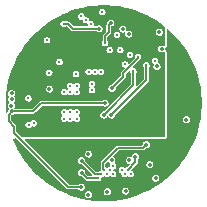
<source format=gbr>
%TF.GenerationSoftware,KiCad,Pcbnew,9.0.7+1*%
%TF.CreationDate,2026-02-20T15:14:23+00:00*%
%TF.ProjectId,ZSWatch-Extension,5a535761-7463-4682-9d45-7874656e7369,+ (Unreleased)*%
%TF.SameCoordinates,Original*%
%TF.FileFunction,Copper,L2,Inr*%
%TF.FilePolarity,Positive*%
%FSLAX46Y46*%
G04 Gerber Fmt 4.6, Leading zero omitted, Abs format (unit mm)*
G04 Created by KiCad (PCBNEW 9.0.7+1) date 2026-02-20 15:14:23*
%MOMM*%
%LPD*%
G01*
G04 APERTURE LIST*
%TA.AperFunction,ViaPad*%
%ADD10C,0.350000*%
%TD*%
%TA.AperFunction,ViaPad*%
%ADD11C,0.302400*%
%TD*%
%TA.AperFunction,Conductor*%
%ADD12C,0.150000*%
%TD*%
G04 APERTURE END LIST*
D10*
%TO.N,GND*%
X207112500Y-144143000D03*
X200400000Y-148800000D03*
X209700000Y-143993000D03*
D11*
X209350000Y-146400000D03*
D10*
X209500000Y-146880000D03*
X212000000Y-151400000D03*
D11*
X206800000Y-146700000D03*
X204875000Y-142275000D03*
X201247524Y-146516942D03*
X200200000Y-144666584D03*
X200379773Y-147420227D03*
%TO.N,PD_GND*%
X203725000Y-147325000D03*
X204000000Y-148900000D03*
X204000000Y-148375000D03*
X202700000Y-148525000D03*
X201650000Y-150775000D03*
X204775000Y-147325000D03*
X202175000Y-151300000D03*
X202175000Y-150775000D03*
X201650000Y-149050000D03*
X204250000Y-147325000D03*
X202175000Y-148525000D03*
X202700000Y-151300000D03*
X201650000Y-151300000D03*
X202175000Y-149050000D03*
X202700000Y-149050000D03*
X202700000Y-150775000D03*
D10*
%TO.N,GNDA*%
X206842069Y-157435457D03*
D11*
X207275000Y-156005000D03*
D10*
X203700000Y-154300000D03*
X203700000Y-157745000D03*
X208900000Y-155200000D03*
X205300000Y-157500000D03*
X209400000Y-156345000D03*
D11*
X206775000Y-156005000D03*
X205275000Y-156005000D03*
D10*
%TO.N,VSYS*%
X205100000Y-150000000D03*
X197200000Y-150700000D03*
X209900000Y-145400000D03*
X203100000Y-157105000D03*
D11*
%TO.N,Net-(IC503-LED3-DRV)*%
X207890354Y-146060790D03*
D10*
X205687500Y-148737500D03*
D11*
%TO.N,Net-(IC503-LED1-DRV)*%
X207500000Y-147300000D03*
D10*
X205000000Y-151000000D03*
D11*
%TO.N,Net-(IC503-LED2-DRV)*%
X208600000Y-146800000D03*
D10*
X205650000Y-151000000D03*
%TO.N,/Project Architecture/Audio/I2C_SCL*%
X197200000Y-149650000D03*
D11*
X198630659Y-151830659D03*
X205775000Y-155325000D03*
X203500000Y-142972581D03*
X198616200Y-149583800D03*
%TO.N,/Project Architecture/Audio/I2C_SDA*%
X203900000Y-143300000D03*
D10*
X197181864Y-150198937D03*
D11*
X199048798Y-151700000D03*
X205525000Y-155665000D03*
%TO.N,/Project Architecture/Connectors/Status*%
X203100000Y-142656284D03*
D10*
X197200000Y-149172528D03*
D11*
%TO.N,Net-(IC601-VREF)*%
X205775000Y-156005000D03*
D10*
X205675000Y-154825000D03*
%TO.N,Net-(IC601-HPCFN)*%
X207675000Y-154525000D03*
D11*
X207025000Y-155665000D03*
D10*
%TO.N,Net-(IC601-SP_P)*%
X203125000Y-154875000D03*
D11*
X204775000Y-156005000D03*
%TO.N,Net-(IC601-SP_N)*%
X204525000Y-156345000D03*
D10*
X203125001Y-155875000D03*
D11*
%TO.N,Net-(IC501-SCLK_{SENSOR})*%
X205100000Y-144900000D03*
D10*
X205600000Y-143200000D03*
%TO.N,/Project Architecture/Heartrate/INT_{ACC}*%
X206612502Y-143712500D03*
D11*
X202653033Y-147529741D03*
%TO.N,Net-(IC501-MOSI_{SENSOR})*%
X206400000Y-145500000D03*
%TO.N,Net-(IC501-CS_{PPG})*%
X205500000Y-145500000D03*
%TO.N,Net-(IC501-CS_{ACC})*%
X201606169Y-143268723D03*
D10*
X204600000Y-143700000D03*
D11*
%TO.N,Net-(IC501-INT_{PPG})*%
X207200000Y-145900000D03*
%TO.N,Net-(IC501-MISO_{SENSOR})*%
X206100000Y-144200000D03*
%TO.N,/Project Architecture/Audio/I2S_DIN*%
X206525000Y-155665000D03*
D10*
X207175000Y-154825000D03*
D11*
%TO.N,/Project Architecture/Audio/I2S_MCLK*%
X205025000Y-155665000D03*
D10*
X208600000Y-153500000D03*
%TO.N,/Project Architecture/Connectors/+1V8_HR*%
X200900000Y-147000000D03*
X208572500Y-142800000D03*
D11*
X207202395Y-146302417D03*
D10*
X197290188Y-151299806D03*
X204850000Y-143040000D03*
D11*
%TO.N,/Project Architecture/Audio/+1V8_PA*%
X206275000Y-156005000D03*
D10*
X204845000Y-154445000D03*
X212000000Y-150900000D03*
D11*
X205275000Y-155325000D03*
%TD*%
D12*
%TO.N,VSYS*%
X197400000Y-152500000D02*
X202005000Y-157105000D01*
X197200000Y-150700000D02*
X196939188Y-150960812D01*
X197200000Y-150700000D02*
X199000000Y-150700000D01*
X196939188Y-150960812D02*
X196939188Y-151542191D01*
X197400000Y-152003003D02*
X197400000Y-152500000D01*
X202005000Y-157105000D02*
X203100000Y-157105000D01*
X199700000Y-150000000D02*
X205100000Y-150000000D01*
X199000000Y-150700000D02*
X199700000Y-150000000D01*
X196939188Y-151542191D02*
X197400000Y-152003003D01*
%TO.N,Net-(IC503-LED3-DRV)*%
X207890354Y-146060790D02*
X207890354Y-146209646D01*
X207890354Y-146209646D02*
X206662500Y-147437500D01*
X206662500Y-147437500D02*
X206662500Y-147762500D01*
X206662500Y-147762500D02*
X205687500Y-148737500D01*
%TO.N,Net-(IC503-LED1-DRV)*%
X207500000Y-148500000D02*
X205000000Y-151000000D01*
X207500000Y-147300000D02*
X207500000Y-148500000D01*
%TO.N,Net-(IC503-LED2-DRV)*%
X208600000Y-148050000D02*
X205650000Y-151000000D01*
X208600000Y-146800000D02*
X208600000Y-148050000D01*
%TO.N,Net-(IC601-HPCFN)*%
X207675000Y-154525000D02*
X207675000Y-155015000D01*
X207675000Y-155015000D02*
X207025000Y-155665000D01*
%TO.N,Net-(IC601-SP_P)*%
X204775000Y-156005000D02*
X204255000Y-156005000D01*
X204255000Y-156005000D02*
X203125000Y-154875000D01*
%TO.N,Net-(IC601-SP_N)*%
X203595000Y-156345000D02*
X203125001Y-155875000D01*
X204525000Y-156345000D02*
X203595000Y-156345000D01*
%TO.N,Net-(IC501-SCLK_{SENSOR})*%
X205100000Y-144300000D02*
X205400000Y-144000000D01*
X205400000Y-143400000D02*
X205600000Y-143200000D01*
X205100000Y-144900000D02*
X205100000Y-144300000D01*
X205400000Y-144000000D02*
X205400000Y-143400000D01*
%TO.N,/Project Architecture/Heartrate/INT_{ACC}*%
X206612500Y-143712498D02*
X206612502Y-143712500D01*
%TO.N,Net-(IC501-CS_{ACC})*%
X201941695Y-143268723D02*
X202372972Y-143700000D01*
X202372972Y-143700000D02*
X204600000Y-143700000D01*
X201606169Y-143268723D02*
X201941695Y-143268723D01*
%TO.N,/Project Architecture/Audio/I2S_MCLK*%
X206175000Y-153800000D02*
X204925000Y-155050000D01*
X204925000Y-155050000D02*
X204925000Y-155565000D01*
X208600000Y-153500000D02*
X208300000Y-153800000D01*
X204925000Y-155565000D02*
X205025000Y-155665000D01*
X208300000Y-153800000D02*
X206175000Y-153800000D01*
%TD*%
%TA.AperFunction,Conductor*%
%TO.N,/Project Architecture/Audio/+1V8_PA*%
G36*
X205397005Y-154952759D02*
G01*
X205406937Y-154965702D01*
X205432939Y-155010738D01*
X205432944Y-155010744D01*
X205489255Y-155067055D01*
X205489264Y-155067062D01*
X205519768Y-155084674D01*
X205548888Y-155122624D01*
X205542645Y-155170049D01*
X205515294Y-155217422D01*
X205515292Y-155217428D01*
X205496300Y-155288303D01*
X205496300Y-155336200D01*
X205477994Y-155380394D01*
X205449978Y-155396570D01*
X205417426Y-155405292D01*
X205417423Y-155405294D01*
X205353874Y-155441983D01*
X205319194Y-155476664D01*
X205300404Y-155484447D01*
X205282715Y-155494492D01*
X205279128Y-155493260D01*
X205275000Y-155494970D01*
X205236599Y-155481782D01*
X205233548Y-155479406D01*
X205196126Y-155441984D01*
X205155009Y-155418245D01*
X205151599Y-155415590D01*
X205141758Y-155398260D01*
X205129630Y-155382454D01*
X205128678Y-155375226D01*
X205127978Y-155373993D01*
X205128341Y-155372672D01*
X205127500Y-155366278D01*
X205127500Y-155159765D01*
X205145805Y-155115572D01*
X205308619Y-154952758D01*
X205352811Y-154934453D01*
X205397005Y-154952759D01*
G37*
%TD.AperFunction*%
%TA.AperFunction,Conductor*%
G36*
X210436207Y-143734415D02*
G01*
X210502403Y-143792467D01*
X210671937Y-143941145D01*
X210674922Y-143943941D01*
X211056058Y-144325077D01*
X211058854Y-144328062D01*
X211414244Y-144733307D01*
X211416839Y-144736468D01*
X211744980Y-145164109D01*
X211747362Y-145167434D01*
X212046814Y-145615596D01*
X212048974Y-145619069D01*
X212318482Y-146085870D01*
X212320410Y-146089477D01*
X212558813Y-146572912D01*
X212560500Y-146576637D01*
X212766766Y-147074607D01*
X212768207Y-147078435D01*
X212941469Y-147588848D01*
X212942656Y-147592762D01*
X213082161Y-148113400D01*
X213083090Y-148117383D01*
X213188247Y-148646045D01*
X213188913Y-148650080D01*
X213259268Y-149184476D01*
X213259669Y-149188546D01*
X213294922Y-149726403D01*
X213295056Y-149730491D01*
X213295056Y-150269508D01*
X213294922Y-150273596D01*
X213259669Y-150811453D01*
X213259268Y-150815523D01*
X213188913Y-151349919D01*
X213188247Y-151353954D01*
X213083090Y-151882616D01*
X213082161Y-151886599D01*
X212942656Y-152407237D01*
X212941469Y-152411151D01*
X212768207Y-152921564D01*
X212766766Y-152925392D01*
X212560500Y-153423362D01*
X212558813Y-153427087D01*
X212320410Y-153910522D01*
X212318482Y-153914129D01*
X212048974Y-154380930D01*
X212046814Y-154384403D01*
X211747362Y-154832565D01*
X211744980Y-154835890D01*
X211416839Y-155263531D01*
X211414244Y-155266692D01*
X211058854Y-155671937D01*
X211056058Y-155674922D01*
X210674922Y-156056058D01*
X210671937Y-156058854D01*
X210266692Y-156414244D01*
X210263531Y-156416839D01*
X209835890Y-156744980D01*
X209832565Y-156747362D01*
X209384403Y-157046814D01*
X209380930Y-157048974D01*
X208914129Y-157318482D01*
X208910522Y-157320410D01*
X208427087Y-157558813D01*
X208423362Y-157560500D01*
X207925392Y-157766766D01*
X207921564Y-157768207D01*
X207411151Y-157941469D01*
X207407237Y-157942656D01*
X206886599Y-158082161D01*
X206882616Y-158083090D01*
X206353954Y-158188247D01*
X206349919Y-158188913D01*
X205815523Y-158259268D01*
X205811453Y-158259669D01*
X205273596Y-158294922D01*
X205269508Y-158295056D01*
X204730492Y-158295056D01*
X204726404Y-158294922D01*
X204188546Y-158259669D01*
X204184476Y-158259268D01*
X203650080Y-158188913D01*
X203646045Y-158188247D01*
X203117383Y-158083090D01*
X203113400Y-158082161D01*
X202592762Y-157942656D01*
X202588848Y-157941469D01*
X202078435Y-157768207D01*
X202074620Y-157766772D01*
X202055425Y-157758821D01*
X202055424Y-157758820D01*
X201925901Y-157705170D01*
X203397500Y-157705170D01*
X203397500Y-157784829D01*
X203418115Y-157861761D01*
X203418115Y-157861763D01*
X203457939Y-157930738D01*
X203457944Y-157930744D01*
X203514255Y-157987055D01*
X203514261Y-157987060D01*
X203583239Y-158026885D01*
X203627654Y-158038786D01*
X203660170Y-158047499D01*
X203660173Y-158047499D01*
X203660175Y-158047500D01*
X203660176Y-158047500D01*
X203739824Y-158047500D01*
X203739825Y-158047500D01*
X203816761Y-158026885D01*
X203885739Y-157987060D01*
X203942060Y-157930739D01*
X203981885Y-157861761D01*
X204002500Y-157784825D01*
X204002500Y-157705175D01*
X203997293Y-157685744D01*
X203995088Y-157677512D01*
X203981885Y-157628239D01*
X203981884Y-157628237D01*
X203981884Y-157628236D01*
X203942060Y-157559261D01*
X203942055Y-157559255D01*
X203885744Y-157502944D01*
X203885738Y-157502939D01*
X203816762Y-157463115D01*
X203805772Y-157460170D01*
X204997500Y-157460170D01*
X204997500Y-157539829D01*
X205018115Y-157616761D01*
X205018115Y-157616763D01*
X205057939Y-157685738D01*
X205057944Y-157685744D01*
X205114255Y-157742055D01*
X205114261Y-157742060D01*
X205183239Y-157781885D01*
X205227654Y-157793786D01*
X205260170Y-157802499D01*
X205260173Y-157802499D01*
X205260175Y-157802500D01*
X205260176Y-157802500D01*
X205339824Y-157802500D01*
X205339825Y-157802500D01*
X205416761Y-157781885D01*
X205485739Y-157742060D01*
X205542060Y-157685739D01*
X205579322Y-157621201D01*
X205581884Y-157616763D01*
X205581884Y-157616762D01*
X205581885Y-157616761D01*
X205602500Y-157539825D01*
X205602500Y-157460175D01*
X205588385Y-157407499D01*
X205585204Y-157395627D01*
X206539569Y-157395627D01*
X206539569Y-157475286D01*
X206560184Y-157552218D01*
X206560184Y-157552220D01*
X206600008Y-157621195D01*
X206600013Y-157621201D01*
X206656324Y-157677512D01*
X206656330Y-157677517D01*
X206725308Y-157717342D01*
X206769723Y-157729243D01*
X206802239Y-157737956D01*
X206802242Y-157737956D01*
X206802244Y-157737957D01*
X206802245Y-157737957D01*
X206881893Y-157737957D01*
X206881894Y-157737957D01*
X206958830Y-157717342D01*
X207027808Y-157677517D01*
X207084129Y-157621196D01*
X207123954Y-157552218D01*
X207144569Y-157475282D01*
X207144569Y-157395632D01*
X207141247Y-157383236D01*
X207131553Y-157347056D01*
X207123954Y-157318696D01*
X207123953Y-157318694D01*
X207123953Y-157318693D01*
X207084129Y-157249718D01*
X207084124Y-157249712D01*
X207027813Y-157193401D01*
X207027807Y-157193396D01*
X206958831Y-157153572D01*
X206881898Y-157132957D01*
X206881894Y-157132957D01*
X206802244Y-157132957D01*
X206802239Y-157132957D01*
X206725307Y-157153572D01*
X206725305Y-157153572D01*
X206656330Y-157193396D01*
X206656324Y-157193401D01*
X206600013Y-157249712D01*
X206600008Y-157249718D01*
X206560184Y-157318693D01*
X206560184Y-157318695D01*
X206539569Y-157395627D01*
X205585204Y-157395627D01*
X205581885Y-157383239D01*
X205581884Y-157383237D01*
X205581884Y-157383236D01*
X205542060Y-157314261D01*
X205542055Y-157314255D01*
X205485744Y-157257944D01*
X205485738Y-157257939D01*
X205416762Y-157218115D01*
X205339829Y-157197500D01*
X205339825Y-157197500D01*
X205260175Y-157197500D01*
X205260170Y-157197500D01*
X205183238Y-157218115D01*
X205183236Y-157218115D01*
X205114261Y-157257939D01*
X205114255Y-157257944D01*
X205057944Y-157314255D01*
X205057939Y-157314261D01*
X205018115Y-157383236D01*
X205018115Y-157383238D01*
X204997500Y-157460170D01*
X203805772Y-157460170D01*
X203739829Y-157442500D01*
X203739825Y-157442500D01*
X203660175Y-157442500D01*
X203660170Y-157442500D01*
X203583238Y-157463115D01*
X203583236Y-157463115D01*
X203514261Y-157502939D01*
X203514255Y-157502944D01*
X203457944Y-157559255D01*
X203457939Y-157559261D01*
X203418115Y-157628236D01*
X203418115Y-157628238D01*
X203397500Y-157705170D01*
X201925901Y-157705170D01*
X201576637Y-157560500D01*
X201572912Y-157558813D01*
X201089477Y-157320410D01*
X201085870Y-157318482D01*
X200619069Y-157048974D01*
X200615596Y-157046814D01*
X200167434Y-156747362D01*
X200164109Y-156744980D01*
X199736468Y-156416839D01*
X199733307Y-156414244D01*
X199328062Y-156058854D01*
X199325077Y-156056058D01*
X198943941Y-155674922D01*
X198941145Y-155671937D01*
X198585755Y-155266692D01*
X198583160Y-155263531D01*
X198255019Y-154835890D01*
X198252637Y-154832565D01*
X197953185Y-154384403D01*
X197951025Y-154380930D01*
X197681517Y-153914129D01*
X197679589Y-153910522D01*
X197616152Y-153781885D01*
X197441186Y-153427087D01*
X197439499Y-153423362D01*
X197313185Y-153118413D01*
X197313185Y-153070577D01*
X197347009Y-153036753D01*
X197359812Y-153033548D01*
X197359723Y-153033099D01*
X197362734Y-153032500D01*
X197413440Y-153022414D01*
X197457634Y-153004108D01*
X197482495Y-152990533D01*
X197493127Y-152977339D01*
X197535110Y-152954415D01*
X197581008Y-152967892D01*
X197585985Y-152972363D01*
X201890293Y-157276671D01*
X201890294Y-157276671D01*
X201890296Y-157276673D01*
X201964717Y-157307499D01*
X201964720Y-157307500D01*
X202045279Y-157307500D01*
X202848813Y-157307500D01*
X202893007Y-157325806D01*
X202893008Y-157325807D01*
X202914256Y-157347056D01*
X202914261Y-157347060D01*
X202983239Y-157386885D01*
X203015887Y-157395633D01*
X203060170Y-157407499D01*
X203060173Y-157407499D01*
X203060175Y-157407500D01*
X203060176Y-157407500D01*
X203139824Y-157407500D01*
X203139825Y-157407500D01*
X203216761Y-157386885D01*
X203285739Y-157347060D01*
X203342060Y-157290739D01*
X203381885Y-157221761D01*
X203402500Y-157144825D01*
X203402500Y-157065175D01*
X203381885Y-156988239D01*
X203381884Y-156988237D01*
X203381884Y-156988236D01*
X203342060Y-156919261D01*
X203342055Y-156919255D01*
X203285744Y-156862944D01*
X203285738Y-156862939D01*
X203216762Y-156823115D01*
X203139829Y-156802500D01*
X203139825Y-156802500D01*
X203060175Y-156802500D01*
X203060170Y-156802500D01*
X202983238Y-156823115D01*
X202983236Y-156823115D01*
X202914261Y-156862939D01*
X202914256Y-156862943D01*
X202893008Y-156884193D01*
X202848814Y-156902500D01*
X202114766Y-156902500D01*
X202070572Y-156884194D01*
X200021548Y-154835170D01*
X202822500Y-154835170D01*
X202822500Y-154914829D01*
X202843115Y-154991761D01*
X202843115Y-154991763D01*
X202882939Y-155060738D01*
X202882944Y-155060744D01*
X202939255Y-155117055D01*
X202939261Y-155117060D01*
X203008239Y-155156885D01*
X203052654Y-155168786D01*
X203085170Y-155177499D01*
X203085173Y-155177499D01*
X203085175Y-155177500D01*
X203115234Y-155177500D01*
X203159428Y-155195806D01*
X203999428Y-156035806D01*
X204017734Y-156080000D01*
X203999428Y-156124194D01*
X203955234Y-156142500D01*
X203704766Y-156142500D01*
X203660572Y-156124194D01*
X203445807Y-155909428D01*
X203427501Y-155865234D01*
X203427501Y-155835176D01*
X203427500Y-155835170D01*
X203418746Y-155802500D01*
X203406886Y-155758239D01*
X203406885Y-155758237D01*
X203406885Y-155758236D01*
X203367061Y-155689261D01*
X203367056Y-155689255D01*
X203310745Y-155632944D01*
X203310739Y-155632939D01*
X203241763Y-155593115D01*
X203164830Y-155572500D01*
X203164826Y-155572500D01*
X203085176Y-155572500D01*
X203085171Y-155572500D01*
X203008239Y-155593115D01*
X203008237Y-155593115D01*
X202939262Y-155632939D01*
X202939256Y-155632944D01*
X202882945Y-155689255D01*
X202882940Y-155689261D01*
X202843116Y-155758236D01*
X202843116Y-155758238D01*
X202822501Y-155835170D01*
X202822501Y-155914829D01*
X202843116Y-155991761D01*
X202843116Y-155991763D01*
X202882940Y-156060738D01*
X202882945Y-156060744D01*
X202939256Y-156117055D01*
X202939262Y-156117060D01*
X203008240Y-156156885D01*
X203052655Y-156168786D01*
X203085171Y-156177499D01*
X203085174Y-156177499D01*
X203085176Y-156177500D01*
X203115234Y-156177500D01*
X203159428Y-156195806D01*
X203423329Y-156459707D01*
X203480293Y-156516671D01*
X203480294Y-156516671D01*
X203480296Y-156516673D01*
X203554717Y-156547499D01*
X203554720Y-156547500D01*
X204307470Y-156547500D01*
X204351664Y-156565806D01*
X204353874Y-156568016D01*
X204417426Y-156604707D01*
X204460803Y-156616330D01*
X204488303Y-156623699D01*
X204488305Y-156623699D01*
X204488308Y-156623700D01*
X204488310Y-156623700D01*
X204561690Y-156623700D01*
X204561692Y-156623700D01*
X204632574Y-156604707D01*
X204696126Y-156568016D01*
X204748016Y-156516126D01*
X204784707Y-156452574D01*
X204803700Y-156381692D01*
X204803700Y-156333799D01*
X204815559Y-156305170D01*
X209097500Y-156305170D01*
X209097500Y-156384829D01*
X209118115Y-156461761D01*
X209118115Y-156461763D01*
X209157939Y-156530738D01*
X209157944Y-156530744D01*
X209214255Y-156587055D01*
X209214261Y-156587060D01*
X209283239Y-156626885D01*
X209327654Y-156638786D01*
X209360170Y-156647499D01*
X209360173Y-156647499D01*
X209360175Y-156647500D01*
X209360176Y-156647500D01*
X209439824Y-156647500D01*
X209439825Y-156647500D01*
X209516761Y-156626885D01*
X209585739Y-156587060D01*
X209642060Y-156530739D01*
X209681885Y-156461761D01*
X209702500Y-156384825D01*
X209702500Y-156305175D01*
X209681885Y-156228239D01*
X209681884Y-156228237D01*
X209681884Y-156228236D01*
X209642060Y-156159261D01*
X209642055Y-156159255D01*
X209585744Y-156102944D01*
X209585738Y-156102939D01*
X209516762Y-156063115D01*
X209439829Y-156042500D01*
X209439825Y-156042500D01*
X209360175Y-156042500D01*
X209360170Y-156042500D01*
X209283238Y-156063115D01*
X209283236Y-156063115D01*
X209214261Y-156102939D01*
X209214255Y-156102944D01*
X209157944Y-156159255D01*
X209157939Y-156159261D01*
X209118115Y-156228236D01*
X209118115Y-156228238D01*
X209097500Y-156305170D01*
X204815559Y-156305170D01*
X204822006Y-156289605D01*
X204850024Y-156273429D01*
X204882570Y-156264708D01*
X204882569Y-156264708D01*
X204882574Y-156264707D01*
X204946126Y-156228016D01*
X204980806Y-156193336D01*
X205025000Y-156175030D01*
X205069194Y-156193336D01*
X205103874Y-156228016D01*
X205167426Y-156264707D01*
X205199977Y-156273429D01*
X205238303Y-156283699D01*
X205238305Y-156283699D01*
X205238308Y-156283700D01*
X205238310Y-156283700D01*
X205311690Y-156283700D01*
X205311692Y-156283700D01*
X205382574Y-156264707D01*
X205446126Y-156228016D01*
X205480806Y-156193336D01*
X205525000Y-156175030D01*
X205569194Y-156193336D01*
X205603874Y-156228016D01*
X205667426Y-156264707D01*
X205699977Y-156273429D01*
X205738303Y-156283699D01*
X205738305Y-156283699D01*
X205738308Y-156283700D01*
X205738310Y-156283700D01*
X205811690Y-156283700D01*
X205811692Y-156283700D01*
X205882574Y-156264707D01*
X205946126Y-156228016D01*
X205998016Y-156176126D01*
X206034707Y-156112574D01*
X206052141Y-156047508D01*
X206053699Y-156041696D01*
X206053700Y-156041690D01*
X206053700Y-155968309D01*
X206053699Y-155968303D01*
X206037923Y-155909428D01*
X206034707Y-155897426D01*
X205998016Y-155833874D01*
X205946126Y-155781984D01*
X205946125Y-155781983D01*
X205882576Y-155745294D01*
X205882573Y-155745292D01*
X205850022Y-155736570D01*
X205837077Y-155726637D01*
X205822006Y-155720394D01*
X205818773Y-155712591D01*
X205812073Y-155707449D01*
X205803700Y-155676200D01*
X205803700Y-155653799D01*
X205814261Y-155628303D01*
X206246300Y-155628303D01*
X206246300Y-155701696D01*
X206265292Y-155772571D01*
X206265294Y-155772576D01*
X206301435Y-155835176D01*
X206301984Y-155836126D01*
X206353874Y-155888016D01*
X206417426Y-155924707D01*
X206417428Y-155924707D01*
X206417429Y-155924708D01*
X206449976Y-155933429D01*
X206487927Y-155962549D01*
X206496300Y-155993799D01*
X206496300Y-156041696D01*
X206515292Y-156112571D01*
X206515294Y-156112576D01*
X206542243Y-156159255D01*
X206551984Y-156176126D01*
X206603874Y-156228016D01*
X206667426Y-156264707D01*
X206699977Y-156273429D01*
X206738303Y-156283699D01*
X206738305Y-156283699D01*
X206738308Y-156283700D01*
X206738310Y-156283700D01*
X206811690Y-156283700D01*
X206811692Y-156283700D01*
X206882574Y-156264707D01*
X206946126Y-156228016D01*
X206980806Y-156193336D01*
X207025000Y-156175030D01*
X207069194Y-156193336D01*
X207103874Y-156228016D01*
X207167426Y-156264707D01*
X207199977Y-156273429D01*
X207238303Y-156283699D01*
X207238305Y-156283699D01*
X207238308Y-156283700D01*
X207238310Y-156283700D01*
X207311690Y-156283700D01*
X207311692Y-156283700D01*
X207382574Y-156264707D01*
X207446126Y-156228016D01*
X207498016Y-156176126D01*
X207534707Y-156112574D01*
X207552141Y-156047508D01*
X207553699Y-156041696D01*
X207553700Y-156041690D01*
X207553700Y-155968309D01*
X207553699Y-155968303D01*
X207537923Y-155909428D01*
X207534707Y-155897426D01*
X207498016Y-155833874D01*
X207446126Y-155781984D01*
X207446125Y-155781983D01*
X207382576Y-155745294D01*
X207382570Y-155745291D01*
X207367662Y-155741297D01*
X207329711Y-155712177D01*
X207323468Y-155664751D01*
X207339642Y-155636735D01*
X207816209Y-155160170D01*
X208597500Y-155160170D01*
X208597500Y-155239829D01*
X208618115Y-155316761D01*
X208618115Y-155316763D01*
X208657939Y-155385738D01*
X208657944Y-155385744D01*
X208714255Y-155442055D01*
X208714261Y-155442060D01*
X208783060Y-155481782D01*
X208783239Y-155481885D01*
X208825691Y-155493260D01*
X208860170Y-155502499D01*
X208860173Y-155502499D01*
X208860175Y-155502500D01*
X208860176Y-155502500D01*
X208939824Y-155502500D01*
X208939825Y-155502500D01*
X209016761Y-155481885D01*
X209016940Y-155481782D01*
X209031340Y-155473467D01*
X209085739Y-155442060D01*
X209142060Y-155385739D01*
X209181885Y-155316761D01*
X209202500Y-155239825D01*
X209202500Y-155160175D01*
X209201618Y-155156885D01*
X209188221Y-155106885D01*
X209181885Y-155083239D01*
X209181884Y-155083237D01*
X209181884Y-155083236D01*
X209142060Y-155014261D01*
X209142055Y-155014255D01*
X209085744Y-154957944D01*
X209085738Y-154957939D01*
X209016762Y-154918115D01*
X208939829Y-154897500D01*
X208939825Y-154897500D01*
X208860175Y-154897500D01*
X208860170Y-154897500D01*
X208783238Y-154918115D01*
X208783236Y-154918115D01*
X208714261Y-154957939D01*
X208714255Y-154957944D01*
X208657944Y-155014255D01*
X208657939Y-155014261D01*
X208618115Y-155083236D01*
X208618115Y-155083238D01*
X208597500Y-155160170D01*
X207816209Y-155160170D01*
X207846672Y-155129707D01*
X207877500Y-155055280D01*
X207877500Y-154974720D01*
X207877500Y-154776187D01*
X207895806Y-154731993D01*
X207917056Y-154710743D01*
X207917060Y-154710739D01*
X207956885Y-154641761D01*
X207977500Y-154564825D01*
X207977500Y-154485175D01*
X207956885Y-154408239D01*
X207956884Y-154408237D01*
X207956884Y-154408236D01*
X207917060Y-154339261D01*
X207917055Y-154339255D01*
X207860744Y-154282944D01*
X207860738Y-154282939D01*
X207791762Y-154243115D01*
X207714829Y-154222500D01*
X207714825Y-154222500D01*
X207635175Y-154222500D01*
X207635170Y-154222500D01*
X207558238Y-154243115D01*
X207558236Y-154243115D01*
X207489261Y-154282939D01*
X207489255Y-154282944D01*
X207432944Y-154339255D01*
X207432939Y-154339261D01*
X207393115Y-154408236D01*
X207393115Y-154408238D01*
X207372500Y-154485170D01*
X207371966Y-154489234D01*
X207370140Y-154488993D01*
X207354194Y-154527491D01*
X207310000Y-154545797D01*
X207293824Y-154543667D01*
X207214831Y-154522501D01*
X207214826Y-154522500D01*
X207214825Y-154522500D01*
X207135175Y-154522500D01*
X207135170Y-154522500D01*
X207058238Y-154543115D01*
X207058236Y-154543115D01*
X206989261Y-154582939D01*
X206989255Y-154582944D01*
X206932944Y-154639255D01*
X206932939Y-154639261D01*
X206893115Y-154708236D01*
X206893115Y-154708238D01*
X206872500Y-154785170D01*
X206872500Y-154864829D01*
X206893115Y-154941761D01*
X206893115Y-154941763D01*
X206932939Y-155010738D01*
X206932944Y-155010744D01*
X206989255Y-155067055D01*
X206989261Y-155067060D01*
X207058239Y-155106885D01*
X207096194Y-155117055D01*
X207139133Y-155128561D01*
X207138734Y-155130049D01*
X207175494Y-155151268D01*
X207187879Y-155197472D01*
X207170107Y-155233514D01*
X207035628Y-155367994D01*
X206991434Y-155386300D01*
X206988303Y-155386300D01*
X206917428Y-155405292D01*
X206917423Y-155405294D01*
X206853874Y-155441983D01*
X206819194Y-155476664D01*
X206775000Y-155494970D01*
X206730806Y-155476664D01*
X206696125Y-155441983D01*
X206632576Y-155405294D01*
X206632571Y-155405292D01*
X206561696Y-155386300D01*
X206561692Y-155386300D01*
X206488308Y-155386300D01*
X206488303Y-155386300D01*
X206417428Y-155405292D01*
X206417423Y-155405294D01*
X206353874Y-155441983D01*
X206301983Y-155493874D01*
X206265294Y-155557423D01*
X206265292Y-155557428D01*
X206246300Y-155628303D01*
X205814261Y-155628303D01*
X205822006Y-155609605D01*
X205850024Y-155593429D01*
X205882570Y-155584708D01*
X205882569Y-155584708D01*
X205882574Y-155584707D01*
X205946126Y-155548016D01*
X205998016Y-155496126D01*
X206034707Y-155432574D01*
X206053700Y-155361692D01*
X206053700Y-155288308D01*
X206034707Y-155217426D01*
X205998016Y-155153874D01*
X205946126Y-155101984D01*
X205938943Y-155097837D01*
X205909822Y-155059888D01*
X205916064Y-155012462D01*
X205916066Y-155012459D01*
X205917057Y-155010741D01*
X205917060Y-155010739D01*
X205956885Y-154941761D01*
X205977500Y-154864825D01*
X205977500Y-154785175D01*
X205956885Y-154708239D01*
X205956884Y-154708237D01*
X205956884Y-154708236D01*
X205917060Y-154639261D01*
X205917055Y-154639255D01*
X205860744Y-154582944D01*
X205860738Y-154582939D01*
X205815702Y-154556937D01*
X205786582Y-154518986D01*
X205792827Y-154471560D01*
X205802755Y-154458621D01*
X206240572Y-154020806D01*
X206284766Y-154002500D01*
X208340280Y-154002500D01*
X208365089Y-153992223D01*
X208414703Y-153971673D01*
X208414703Y-153971672D01*
X208414707Y-153971671D01*
X208565572Y-153820806D01*
X208609766Y-153802500D01*
X208639824Y-153802500D01*
X208639825Y-153802500D01*
X208716761Y-153781885D01*
X208785739Y-153742060D01*
X208842060Y-153685739D01*
X208881885Y-153616761D01*
X208902500Y-153539825D01*
X208902500Y-153460175D01*
X208881885Y-153383239D01*
X208881884Y-153383237D01*
X208881884Y-153383236D01*
X208842060Y-153314261D01*
X208842055Y-153314255D01*
X208785744Y-153257944D01*
X208785738Y-153257939D01*
X208716762Y-153218115D01*
X208639829Y-153197500D01*
X208639825Y-153197500D01*
X208560175Y-153197500D01*
X208560170Y-153197500D01*
X208483238Y-153218115D01*
X208483236Y-153218115D01*
X208414261Y-153257939D01*
X208414255Y-153257944D01*
X208357944Y-153314255D01*
X208357939Y-153314261D01*
X208318115Y-153383236D01*
X208318115Y-153383238D01*
X208297500Y-153460170D01*
X208297500Y-153490234D01*
X208279194Y-153534428D01*
X208234428Y-153579194D01*
X208190234Y-153597500D01*
X206134717Y-153597500D01*
X206060296Y-153628326D01*
X206060291Y-153628330D01*
X204753330Y-154935291D01*
X204753326Y-154935296D01*
X204722500Y-155009717D01*
X204722500Y-155009720D01*
X204722500Y-155524720D01*
X204722500Y-155605280D01*
X204741542Y-155651251D01*
X204746300Y-155675168D01*
X204746300Y-155676200D01*
X204727994Y-155720394D01*
X204699978Y-155736570D01*
X204667426Y-155745292D01*
X204667423Y-155745294D01*
X204603874Y-155781983D01*
X204601664Y-155784194D01*
X204557470Y-155802500D01*
X204364766Y-155802500D01*
X204320572Y-155784194D01*
X203445806Y-154909428D01*
X203427500Y-154865234D01*
X203427500Y-154835176D01*
X203427499Y-154835170D01*
X203420964Y-154810783D01*
X203406885Y-154758239D01*
X203406884Y-154758237D01*
X203406884Y-154758236D01*
X203367060Y-154689261D01*
X203367055Y-154689255D01*
X203310744Y-154632944D01*
X203310738Y-154632939D01*
X203241762Y-154593115D01*
X203164829Y-154572500D01*
X203164825Y-154572500D01*
X203085175Y-154572500D01*
X203085170Y-154572500D01*
X203008238Y-154593115D01*
X203008236Y-154593115D01*
X202939261Y-154632939D01*
X202939255Y-154632944D01*
X202882944Y-154689255D01*
X202882939Y-154689261D01*
X202843115Y-154758236D01*
X202843115Y-154758238D01*
X202822500Y-154835170D01*
X200021548Y-154835170D01*
X199446548Y-154260170D01*
X203397500Y-154260170D01*
X203397500Y-154339829D01*
X203418115Y-154416761D01*
X203418115Y-154416763D01*
X203457939Y-154485738D01*
X203457944Y-154485744D01*
X203514255Y-154542055D01*
X203514261Y-154542060D01*
X203553697Y-154564829D01*
X203583239Y-154581885D01*
X203625150Y-154593115D01*
X203660170Y-154602499D01*
X203660173Y-154602499D01*
X203660175Y-154602500D01*
X203660176Y-154602500D01*
X203739824Y-154602500D01*
X203739825Y-154602500D01*
X203816761Y-154581885D01*
X203885739Y-154542060D01*
X203942060Y-154485739D01*
X203981885Y-154416761D01*
X204002500Y-154339825D01*
X204002500Y-154260175D01*
X203981885Y-154183239D01*
X203981884Y-154183237D01*
X203981884Y-154183236D01*
X203942060Y-154114261D01*
X203942055Y-154114255D01*
X203885744Y-154057944D01*
X203885738Y-154057939D01*
X203816762Y-154018115D01*
X203739829Y-153997500D01*
X203739825Y-153997500D01*
X203660175Y-153997500D01*
X203660170Y-153997500D01*
X203583238Y-154018115D01*
X203583236Y-154018115D01*
X203514261Y-154057939D01*
X203514255Y-154057944D01*
X203457944Y-154114255D01*
X203457939Y-154114261D01*
X203418115Y-154183236D01*
X203418115Y-154183238D01*
X203397500Y-154260170D01*
X199446548Y-154260170D01*
X198325572Y-153139194D01*
X198307266Y-153095000D01*
X198325572Y-153050806D01*
X198369766Y-153032500D01*
X210137500Y-153032500D01*
X210188206Y-153022414D01*
X210232400Y-153004108D01*
X210257261Y-152990533D01*
X210304108Y-152932400D01*
X210322414Y-152888206D01*
X210332500Y-152837500D01*
X210332500Y-151360170D01*
X211697500Y-151360170D01*
X211697500Y-151439829D01*
X211718115Y-151516761D01*
X211718115Y-151516763D01*
X211757939Y-151585738D01*
X211757944Y-151585744D01*
X211814255Y-151642055D01*
X211814261Y-151642060D01*
X211883239Y-151681885D01*
X211927654Y-151693786D01*
X211960170Y-151702499D01*
X211960173Y-151702499D01*
X211960175Y-151702500D01*
X211960176Y-151702500D01*
X212039824Y-151702500D01*
X212039825Y-151702500D01*
X212116761Y-151681885D01*
X212185739Y-151642060D01*
X212242060Y-151585739D01*
X212281885Y-151516761D01*
X212302500Y-151439825D01*
X212302500Y-151360175D01*
X212300296Y-151351951D01*
X212295964Y-151335783D01*
X212281885Y-151283239D01*
X212281884Y-151283237D01*
X212281884Y-151283236D01*
X212242060Y-151214261D01*
X212242055Y-151214255D01*
X212185744Y-151157944D01*
X212185738Y-151157939D01*
X212116762Y-151118115D01*
X212039829Y-151097500D01*
X212039825Y-151097500D01*
X211960175Y-151097500D01*
X211960170Y-151097500D01*
X211883238Y-151118115D01*
X211883236Y-151118115D01*
X211814261Y-151157939D01*
X211814255Y-151157944D01*
X211757944Y-151214255D01*
X211757939Y-151214261D01*
X211718115Y-151283236D01*
X211718115Y-151283238D01*
X211697500Y-151360170D01*
X210332500Y-151360170D01*
X210332500Y-145678688D01*
X210322414Y-145627982D01*
X210304108Y-145583788D01*
X210304105Y-145583782D01*
X210304101Y-145583774D01*
X210290535Y-145558930D01*
X210290534Y-145558929D01*
X210290533Y-145558927D01*
X210232400Y-145512080D01*
X210232398Y-145512079D01*
X210232397Y-145512078D01*
X210230628Y-145511028D01*
X210229919Y-145510081D01*
X210228919Y-145509275D01*
X210229124Y-145509019D01*
X210201966Y-145472729D01*
X210200027Y-145457286D01*
X210200026Y-145449056D01*
X210202500Y-145439825D01*
X210202500Y-145360175D01*
X210200018Y-145350914D01*
X210200018Y-145342689D01*
X210206260Y-145327615D01*
X210208388Y-145311440D01*
X210216061Y-145303946D01*
X210218320Y-145298493D01*
X210224096Y-145296099D01*
X210232565Y-145287829D01*
X210257261Y-145274345D01*
X210304108Y-145216212D01*
X210322414Y-145172018D01*
X210332500Y-145121312D01*
X210332500Y-143781406D01*
X210350806Y-143737212D01*
X210395000Y-143718906D01*
X210436207Y-143734415D01*
G37*
%TD.AperFunction*%
%TD*%
%TA.AperFunction,Conductor*%
%TO.N,/Project Architecture/Connectors/+1V8_HR*%
G36*
X205273596Y-141705078D02*
G01*
X205811461Y-141740330D01*
X205815515Y-141740730D01*
X206349933Y-141811088D01*
X206353941Y-141811749D01*
X206882632Y-141916912D01*
X206886583Y-141917834D01*
X207407242Y-142057344D01*
X207411146Y-142058528D01*
X207921564Y-142231792D01*
X207925389Y-142233231D01*
X207973244Y-142253054D01*
X208423362Y-142439499D01*
X208427087Y-142441186D01*
X208853098Y-142651271D01*
X208910522Y-142679589D01*
X208914127Y-142681516D01*
X208933983Y-142692980D01*
X209380930Y-142951025D01*
X209384403Y-142953185D01*
X209717820Y-143175967D01*
X209830535Y-143251281D01*
X209832565Y-143252637D01*
X209835889Y-143255018D01*
X210175549Y-143515649D01*
X210199465Y-143557074D01*
X210200000Y-143565232D01*
X210200000Y-145121312D01*
X210181694Y-145165506D01*
X210137500Y-145183812D01*
X210093306Y-145165506D01*
X210085744Y-145157944D01*
X210085738Y-145157939D01*
X210016762Y-145118115D01*
X209939829Y-145097500D01*
X209939825Y-145097500D01*
X209860175Y-145097500D01*
X209860170Y-145097500D01*
X209783238Y-145118115D01*
X209783236Y-145118115D01*
X209714261Y-145157939D01*
X209714255Y-145157944D01*
X209657944Y-145214255D01*
X209657939Y-145214261D01*
X209618115Y-145283236D01*
X209618115Y-145283238D01*
X209597500Y-145360170D01*
X209597500Y-145439829D01*
X209618115Y-145516761D01*
X209618115Y-145516763D01*
X209657939Y-145585738D01*
X209657944Y-145585744D01*
X209714255Y-145642055D01*
X209714261Y-145642060D01*
X209777701Y-145678688D01*
X209783239Y-145681885D01*
X209827654Y-145693786D01*
X209860170Y-145702499D01*
X209860173Y-145702499D01*
X209860175Y-145702500D01*
X209860176Y-145702500D01*
X209939824Y-145702500D01*
X209939825Y-145702500D01*
X210016761Y-145681885D01*
X210025252Y-145676983D01*
X210035398Y-145671125D01*
X210085739Y-145642060D01*
X210087507Y-145640292D01*
X210093306Y-145634494D01*
X210137500Y-145616188D01*
X210181694Y-145634494D01*
X210200000Y-145678688D01*
X210200000Y-152837500D01*
X210181694Y-152881694D01*
X210137500Y-152900000D01*
X198112266Y-152900000D01*
X198068072Y-152881694D01*
X197620806Y-152434428D01*
X197602500Y-152390234D01*
X197602500Y-151962725D01*
X197602499Y-151962721D01*
X197592356Y-151938231D01*
X197592356Y-151938230D01*
X197571673Y-151888298D01*
X197571672Y-151888297D01*
X197571672Y-151888296D01*
X197477338Y-151793962D01*
X198351959Y-151793962D01*
X198351959Y-151867355D01*
X198370951Y-151938230D01*
X198370951Y-151938231D01*
X198394314Y-151978699D01*
X198407643Y-152001785D01*
X198459533Y-152053675D01*
X198523085Y-152090366D01*
X198566462Y-152101989D01*
X198593962Y-152109358D01*
X198593964Y-152109358D01*
X198593967Y-152109359D01*
X198593969Y-152109359D01*
X198667349Y-152109359D01*
X198667351Y-152109359D01*
X198738233Y-152090366D01*
X198801785Y-152053675D01*
X198853675Y-152001785D01*
X198862770Y-151986030D01*
X198900718Y-151956910D01*
X198937095Y-151959292D01*
X198937268Y-151958647D01*
X198940512Y-151959516D01*
X198940812Y-151959536D01*
X198941218Y-151959704D01*
X198941224Y-151959707D01*
X198984601Y-151971330D01*
X199012101Y-151978699D01*
X199012103Y-151978699D01*
X199012106Y-151978700D01*
X199012108Y-151978700D01*
X199085488Y-151978700D01*
X199085490Y-151978700D01*
X199156372Y-151959707D01*
X199219924Y-151923016D01*
X199271814Y-151871126D01*
X199308505Y-151807574D01*
X199327498Y-151736692D01*
X199327498Y-151663308D01*
X199326486Y-151659533D01*
X199310335Y-151599257D01*
X199308505Y-151592426D01*
X199271814Y-151528874D01*
X199219924Y-151476984D01*
X199219923Y-151476983D01*
X199156374Y-151440294D01*
X199156369Y-151440292D01*
X199085494Y-151421300D01*
X199085490Y-151421300D01*
X199012106Y-151421300D01*
X199012101Y-151421300D01*
X198941226Y-151440292D01*
X198941221Y-151440294D01*
X198877672Y-151476983D01*
X198825781Y-151528874D01*
X198816685Y-151544629D01*
X198778734Y-151573749D01*
X198742361Y-151571367D01*
X198742189Y-151572012D01*
X198738947Y-151571143D01*
X198738651Y-151571124D01*
X198738239Y-151570953D01*
X198667355Y-151551959D01*
X198667351Y-151551959D01*
X198593967Y-151551959D01*
X198593962Y-151551959D01*
X198523087Y-151570951D01*
X198523082Y-151570953D01*
X198459533Y-151607642D01*
X198407642Y-151659533D01*
X198370953Y-151723082D01*
X198370951Y-151723087D01*
X198351959Y-151793962D01*
X197477338Y-151793962D01*
X197159994Y-151476618D01*
X197141688Y-151432424D01*
X197141688Y-151070578D01*
X197159994Y-151026384D01*
X197165572Y-151020806D01*
X197209766Y-151002500D01*
X197239824Y-151002500D01*
X197239825Y-151002500D01*
X197316761Y-150981885D01*
X197385739Y-150942060D01*
X197406992Y-150920807D01*
X197451186Y-150902500D01*
X199040280Y-150902500D01*
X199065089Y-150892223D01*
X199114703Y-150871673D01*
X199114703Y-150871672D01*
X199114707Y-150871671D01*
X199248075Y-150738303D01*
X201371300Y-150738303D01*
X201371300Y-150811696D01*
X201390292Y-150882571D01*
X201390294Y-150882576D01*
X201426983Y-150946125D01*
X201474164Y-150993306D01*
X201492470Y-151037500D01*
X201474164Y-151081694D01*
X201426983Y-151128874D01*
X201390294Y-151192423D01*
X201390292Y-151192428D01*
X201371300Y-151263303D01*
X201371300Y-151336696D01*
X201390292Y-151407571D01*
X201390294Y-151407576D01*
X201419134Y-151457530D01*
X201426984Y-151471126D01*
X201478874Y-151523016D01*
X201542426Y-151559707D01*
X201584389Y-151570951D01*
X201613303Y-151578699D01*
X201613305Y-151578699D01*
X201613308Y-151578700D01*
X201613310Y-151578700D01*
X201686690Y-151578700D01*
X201686692Y-151578700D01*
X201757574Y-151559707D01*
X201821126Y-151523016D01*
X201868306Y-151475836D01*
X201912500Y-151457530D01*
X201956694Y-151475836D01*
X202003874Y-151523016D01*
X202067426Y-151559707D01*
X202109389Y-151570951D01*
X202138303Y-151578699D01*
X202138305Y-151578699D01*
X202138308Y-151578700D01*
X202138310Y-151578700D01*
X202211690Y-151578700D01*
X202211692Y-151578700D01*
X202282574Y-151559707D01*
X202346126Y-151523016D01*
X202393306Y-151475836D01*
X202437500Y-151457530D01*
X202481694Y-151475836D01*
X202528874Y-151523016D01*
X202592426Y-151559707D01*
X202634389Y-151570951D01*
X202663303Y-151578699D01*
X202663305Y-151578699D01*
X202663308Y-151578700D01*
X202663310Y-151578700D01*
X202736690Y-151578700D01*
X202736692Y-151578700D01*
X202807574Y-151559707D01*
X202871126Y-151523016D01*
X202923016Y-151471126D01*
X202959707Y-151407574D01*
X202978700Y-151336692D01*
X202978700Y-151263308D01*
X202959707Y-151192426D01*
X202923016Y-151128874D01*
X202875836Y-151081694D01*
X202867562Y-151061720D01*
X202857727Y-151042462D01*
X202858601Y-151040087D01*
X202857530Y-151037500D01*
X202872467Y-150996954D01*
X202874078Y-150995063D01*
X202908972Y-150960170D01*
X204697500Y-150960170D01*
X204697500Y-151039829D01*
X204718115Y-151116761D01*
X204718115Y-151116763D01*
X204757939Y-151185738D01*
X204757944Y-151185744D01*
X204814255Y-151242055D01*
X204814261Y-151242060D01*
X204883239Y-151281885D01*
X204927654Y-151293786D01*
X204960170Y-151302499D01*
X204960173Y-151302499D01*
X204960175Y-151302500D01*
X204960176Y-151302500D01*
X205039824Y-151302500D01*
X205039825Y-151302500D01*
X205116761Y-151281885D01*
X205185739Y-151242060D01*
X205242060Y-151185739D01*
X205270874Y-151135833D01*
X205308824Y-151106713D01*
X205356250Y-151112957D01*
X205379126Y-151135833D01*
X205407937Y-151185735D01*
X205407944Y-151185744D01*
X205464255Y-151242055D01*
X205464261Y-151242060D01*
X205533239Y-151281885D01*
X205577654Y-151293786D01*
X205610170Y-151302499D01*
X205610173Y-151302499D01*
X205610175Y-151302500D01*
X205610176Y-151302500D01*
X205689824Y-151302500D01*
X205689825Y-151302500D01*
X205766761Y-151281885D01*
X205835739Y-151242060D01*
X205892060Y-151185739D01*
X205931885Y-151116761D01*
X205952500Y-151039825D01*
X205952500Y-151009766D01*
X205970806Y-150965572D01*
X207326208Y-149610170D01*
X208771671Y-148164707D01*
X208802500Y-148090280D01*
X208802500Y-148009720D01*
X208802500Y-147017530D01*
X208820806Y-146973336D01*
X208823016Y-146971126D01*
X208859707Y-146907574D01*
X208878700Y-146836692D01*
X208878700Y-146763308D01*
X208878681Y-146763238D01*
X208869557Y-146729188D01*
X208859707Y-146692426D01*
X208823016Y-146628874D01*
X208771126Y-146576984D01*
X208771125Y-146576983D01*
X208707576Y-146540294D01*
X208707571Y-146540292D01*
X208636696Y-146521300D01*
X208636692Y-146521300D01*
X208563308Y-146521300D01*
X208563303Y-146521300D01*
X208492428Y-146540292D01*
X208492423Y-146540294D01*
X208428874Y-146576983D01*
X208376983Y-146628874D01*
X208340294Y-146692423D01*
X208340292Y-146692428D01*
X208321300Y-146763303D01*
X208321300Y-146836696D01*
X208340292Y-146907571D01*
X208340294Y-146907576D01*
X208376983Y-146971125D01*
X208379194Y-146973336D01*
X208397500Y-147017530D01*
X208397500Y-147940234D01*
X208379194Y-147984428D01*
X207809194Y-148554428D01*
X207765000Y-148572734D01*
X207720806Y-148554428D01*
X207702500Y-148510234D01*
X207702500Y-147517530D01*
X207720806Y-147473336D01*
X207721368Y-147472774D01*
X207723016Y-147471126D01*
X207759707Y-147407574D01*
X207778700Y-147336692D01*
X207778700Y-147263308D01*
X207759707Y-147192426D01*
X207723016Y-147128874D01*
X207671126Y-147076984D01*
X207671125Y-147076983D01*
X207607576Y-147040294D01*
X207607571Y-147040292D01*
X207536696Y-147021300D01*
X207536692Y-147021300D01*
X207515967Y-147021300D01*
X207471773Y-147002994D01*
X207453467Y-146958800D01*
X207471773Y-146914606D01*
X207763363Y-146623016D01*
X208023076Y-146363303D01*
X209071300Y-146363303D01*
X209071300Y-146436696D01*
X209090292Y-146507571D01*
X209090294Y-146507576D01*
X209123864Y-146565723D01*
X209126984Y-146571126D01*
X209178874Y-146623016D01*
X209214895Y-146643812D01*
X209244016Y-146681761D01*
X209237773Y-146729188D01*
X209218116Y-146763235D01*
X209218115Y-146763238D01*
X209197500Y-146840170D01*
X209197500Y-146919829D01*
X209218115Y-146996761D01*
X209218115Y-146996763D01*
X209257939Y-147065738D01*
X209257944Y-147065744D01*
X209314255Y-147122055D01*
X209314261Y-147122060D01*
X209380876Y-147160521D01*
X209383239Y-147161885D01*
X209427654Y-147173786D01*
X209460170Y-147182499D01*
X209460173Y-147182499D01*
X209460175Y-147182500D01*
X209460176Y-147182500D01*
X209539824Y-147182500D01*
X209539825Y-147182500D01*
X209616761Y-147161885D01*
X209619124Y-147160521D01*
X209638794Y-147149164D01*
X209685739Y-147122060D01*
X209742060Y-147065739D01*
X209781885Y-146996761D01*
X209802500Y-146919825D01*
X209802500Y-146840175D01*
X209781885Y-146763239D01*
X209781884Y-146763237D01*
X209781884Y-146763236D01*
X209742060Y-146694261D01*
X209742055Y-146694255D01*
X209685744Y-146637944D01*
X209685738Y-146637939D01*
X209626390Y-146603674D01*
X209597270Y-146565723D01*
X209603514Y-146518299D01*
X209609707Y-146507574D01*
X209628700Y-146436692D01*
X209628700Y-146363308D01*
X209609707Y-146292426D01*
X209573016Y-146228874D01*
X209521126Y-146176984D01*
X209521125Y-146176983D01*
X209457576Y-146140294D01*
X209457571Y-146140292D01*
X209386696Y-146121300D01*
X209386692Y-146121300D01*
X209313308Y-146121300D01*
X209313303Y-146121300D01*
X209242428Y-146140292D01*
X209242423Y-146140294D01*
X209178874Y-146176983D01*
X209126983Y-146228874D01*
X209090294Y-146292423D01*
X209090292Y-146292428D01*
X209071300Y-146363303D01*
X208023076Y-146363303D01*
X208062026Y-146324353D01*
X208086544Y-146265155D01*
X208086719Y-146264754D01*
X208087368Y-146264125D01*
X208099872Y-146245413D01*
X208113370Y-146231916D01*
X208150061Y-146168364D01*
X208169054Y-146097482D01*
X208169054Y-146024098D01*
X208150061Y-145953216D01*
X208113370Y-145889664D01*
X208061480Y-145837774D01*
X208061479Y-145837773D01*
X207997930Y-145801084D01*
X207997925Y-145801082D01*
X207927050Y-145782090D01*
X207927046Y-145782090D01*
X207853662Y-145782090D01*
X207853657Y-145782090D01*
X207782782Y-145801082D01*
X207782777Y-145801084D01*
X207719228Y-145837773D01*
X207667337Y-145889664D01*
X207630648Y-145953213D01*
X207630646Y-145953218D01*
X207611654Y-146024093D01*
X207611654Y-146097480D01*
X207611655Y-146097489D01*
X207624394Y-146145031D01*
X207618151Y-146192457D01*
X207608218Y-146205401D01*
X207170379Y-146643240D01*
X207126185Y-146661546D01*
X207081991Y-146643240D01*
X207065815Y-146615224D01*
X207059707Y-146592426D01*
X207023016Y-146528874D01*
X206971126Y-146476984D01*
X206971125Y-146476983D01*
X206907576Y-146440294D01*
X206907571Y-146440292D01*
X206836696Y-146421300D01*
X206836692Y-146421300D01*
X206763308Y-146421300D01*
X206763303Y-146421300D01*
X206692428Y-146440292D01*
X206692423Y-146440294D01*
X206628874Y-146476983D01*
X206576983Y-146528874D01*
X206540294Y-146592423D01*
X206540292Y-146592428D01*
X206521300Y-146663303D01*
X206521300Y-146736696D01*
X206540292Y-146807571D01*
X206540293Y-146807574D01*
X206576984Y-146871126D01*
X206628874Y-146923016D01*
X206692426Y-146959707D01*
X206708550Y-146964027D01*
X206715224Y-146965816D01*
X206753174Y-146994937D01*
X206759417Y-147042363D01*
X206743241Y-147070380D01*
X206547793Y-147265829D01*
X206490830Y-147322791D01*
X206490826Y-147322796D01*
X206460000Y-147397217D01*
X206460000Y-147652734D01*
X206441694Y-147696928D01*
X205721928Y-148416694D01*
X205677734Y-148435000D01*
X205647670Y-148435000D01*
X205570738Y-148455615D01*
X205570736Y-148455615D01*
X205501761Y-148495439D01*
X205501755Y-148495444D01*
X205445444Y-148551755D01*
X205445439Y-148551761D01*
X205405615Y-148620736D01*
X205405615Y-148620738D01*
X205385000Y-148697670D01*
X205385000Y-148777329D01*
X205405615Y-148854261D01*
X205405615Y-148854263D01*
X205445439Y-148923238D01*
X205445444Y-148923244D01*
X205501755Y-148979555D01*
X205501761Y-148979560D01*
X205570739Y-149019385D01*
X205615154Y-149031286D01*
X205647670Y-149039999D01*
X205647673Y-149039999D01*
X205647675Y-149040000D01*
X205647676Y-149040000D01*
X205727324Y-149040000D01*
X205727325Y-149040000D01*
X205804261Y-149019385D01*
X205873239Y-148979560D01*
X205929560Y-148923239D01*
X205969385Y-148854261D01*
X205990000Y-148777325D01*
X205990000Y-148747266D01*
X206008306Y-148703072D01*
X206409395Y-148301983D01*
X206834171Y-147877207D01*
X206865000Y-147802780D01*
X206865000Y-147722221D01*
X206865000Y-147547266D01*
X206883306Y-147503072D01*
X207114606Y-147271772D01*
X207158800Y-147253466D01*
X207202994Y-147271772D01*
X207221300Y-147315966D01*
X207221300Y-147336696D01*
X207240292Y-147407571D01*
X207240294Y-147407576D01*
X207276983Y-147471125D01*
X207279194Y-147473336D01*
X207297500Y-147517530D01*
X207297500Y-148390234D01*
X207279194Y-148434428D01*
X205034428Y-150679194D01*
X204990234Y-150697500D01*
X204960170Y-150697500D01*
X204883238Y-150718115D01*
X204883236Y-150718115D01*
X204814261Y-150757939D01*
X204814255Y-150757944D01*
X204757944Y-150814255D01*
X204757939Y-150814261D01*
X204718115Y-150883236D01*
X204718115Y-150883238D01*
X204697500Y-150960170D01*
X202908972Y-150960170D01*
X202923016Y-150946126D01*
X202959707Y-150882574D01*
X202978700Y-150811692D01*
X202978700Y-150738308D01*
X202959707Y-150667426D01*
X202923016Y-150603874D01*
X202871126Y-150551984D01*
X202871125Y-150551983D01*
X202807576Y-150515294D01*
X202807571Y-150515292D01*
X202736696Y-150496300D01*
X202736692Y-150496300D01*
X202663308Y-150496300D01*
X202663303Y-150496300D01*
X202592428Y-150515292D01*
X202592423Y-150515294D01*
X202528874Y-150551983D01*
X202481694Y-150599164D01*
X202437500Y-150617470D01*
X202393306Y-150599164D01*
X202346125Y-150551983D01*
X202282576Y-150515294D01*
X202282571Y-150515292D01*
X202211696Y-150496300D01*
X202211692Y-150496300D01*
X202138308Y-150496300D01*
X202138303Y-150496300D01*
X202067428Y-150515292D01*
X202067423Y-150515294D01*
X202003874Y-150551983D01*
X201956694Y-150599164D01*
X201912500Y-150617470D01*
X201868306Y-150599164D01*
X201821125Y-150551983D01*
X201757576Y-150515294D01*
X201757571Y-150515292D01*
X201686696Y-150496300D01*
X201686692Y-150496300D01*
X201613308Y-150496300D01*
X201613303Y-150496300D01*
X201542428Y-150515292D01*
X201542423Y-150515294D01*
X201478874Y-150551983D01*
X201426983Y-150603874D01*
X201390294Y-150667423D01*
X201390292Y-150667428D01*
X201371300Y-150738303D01*
X199248075Y-150738303D01*
X199765572Y-150220806D01*
X199809766Y-150202500D01*
X204848813Y-150202500D01*
X204893007Y-150220806D01*
X204893008Y-150220807D01*
X204914256Y-150242056D01*
X204914261Y-150242060D01*
X204976991Y-150278278D01*
X204983239Y-150281885D01*
X205027654Y-150293786D01*
X205060170Y-150302499D01*
X205060173Y-150302499D01*
X205060175Y-150302500D01*
X205060176Y-150302500D01*
X205139824Y-150302500D01*
X205139825Y-150302500D01*
X205216761Y-150281885D01*
X205223009Y-150278278D01*
X205238198Y-150269508D01*
X205285739Y-150242060D01*
X205342060Y-150185739D01*
X205381885Y-150116761D01*
X205402500Y-150039825D01*
X205402500Y-149960175D01*
X205402344Y-149959594D01*
X205394335Y-149929703D01*
X205381885Y-149883239D01*
X205381884Y-149883237D01*
X205381884Y-149883236D01*
X205342060Y-149814261D01*
X205342055Y-149814255D01*
X205285744Y-149757944D01*
X205285738Y-149757939D01*
X205216762Y-149718115D01*
X205139829Y-149697500D01*
X205139825Y-149697500D01*
X205060175Y-149697500D01*
X205060170Y-149697500D01*
X204983238Y-149718115D01*
X204983236Y-149718115D01*
X204914261Y-149757939D01*
X204914256Y-149757943D01*
X204893008Y-149779193D01*
X204848814Y-149797500D01*
X199659720Y-149797500D01*
X199601367Y-149821671D01*
X199601367Y-149821670D01*
X199585297Y-149828326D01*
X199585291Y-149828330D01*
X198934428Y-150479194D01*
X198890234Y-150497500D01*
X197461989Y-150497500D01*
X197417795Y-150479194D01*
X197399489Y-150435000D01*
X197417795Y-150390806D01*
X197423919Y-150384681D01*
X197423924Y-150384676D01*
X197463749Y-150315698D01*
X197484364Y-150238762D01*
X197484364Y-150159112D01*
X197463749Y-150082176D01*
X197463748Y-150082174D01*
X197463748Y-150082173D01*
X197423924Y-150013198D01*
X197423919Y-150013192D01*
X197388457Y-149977730D01*
X197370151Y-149933536D01*
X197388457Y-149889342D01*
X197442060Y-149835739D01*
X197481885Y-149766761D01*
X197502500Y-149689825D01*
X197502500Y-149610175D01*
X197485601Y-149547109D01*
X197485599Y-149547103D01*
X198337500Y-149547103D01*
X198337500Y-149620496D01*
X198356492Y-149691371D01*
X198356494Y-149691376D01*
X198379076Y-149730491D01*
X198393184Y-149754926D01*
X198445074Y-149806816D01*
X198508626Y-149843507D01*
X198552003Y-149855130D01*
X198579503Y-149862499D01*
X198579505Y-149862499D01*
X198579508Y-149862500D01*
X198579510Y-149862500D01*
X198652890Y-149862500D01*
X198652892Y-149862500D01*
X198723774Y-149843507D01*
X198787326Y-149806816D01*
X198839216Y-149754926D01*
X198875907Y-149691374D01*
X198894900Y-149620492D01*
X198894900Y-149547108D01*
X198875907Y-149476226D01*
X198839216Y-149412674D01*
X198787326Y-149360784D01*
X198787325Y-149360783D01*
X198723776Y-149324094D01*
X198723771Y-149324092D01*
X198652896Y-149305100D01*
X198652892Y-149305100D01*
X198579508Y-149305100D01*
X198579503Y-149305100D01*
X198508628Y-149324092D01*
X198508623Y-149324094D01*
X198445074Y-149360783D01*
X198393183Y-149412674D01*
X198356494Y-149476223D01*
X198356492Y-149476228D01*
X198337500Y-149547103D01*
X197485599Y-149547103D01*
X197481885Y-149533239D01*
X197481884Y-149533236D01*
X197442060Y-149464261D01*
X197442056Y-149464256D01*
X197433259Y-149455460D01*
X197414951Y-149411267D01*
X197433255Y-149367072D01*
X197442056Y-149358271D01*
X197442060Y-149358267D01*
X197481885Y-149289289D01*
X197502500Y-149212353D01*
X197502500Y-149132703D01*
X197499904Y-149123016D01*
X197486000Y-149071125D01*
X197481885Y-149055767D01*
X197481884Y-149055765D01*
X197481884Y-149055764D01*
X197442060Y-148986789D01*
X197442055Y-148986783D01*
X197385744Y-148930472D01*
X197385738Y-148930467D01*
X197316762Y-148890643D01*
X197239829Y-148870028D01*
X197239825Y-148870028D01*
X197160175Y-148870028D01*
X197160170Y-148870028D01*
X197083238Y-148890643D01*
X197083236Y-148890643D01*
X197014261Y-148930467D01*
X197014255Y-148930472D01*
X196957944Y-148986783D01*
X196957939Y-148986789D01*
X196918115Y-149055764D01*
X196918115Y-149055766D01*
X196897500Y-149132698D01*
X196897500Y-149212357D01*
X196918115Y-149289289D01*
X196918115Y-149289291D01*
X196957939Y-149358266D01*
X196957944Y-149358272D01*
X196966742Y-149367070D01*
X196985048Y-149411264D01*
X196966742Y-149455458D01*
X196957944Y-149464255D01*
X196957939Y-149464261D01*
X196918115Y-149533236D01*
X196918115Y-149533238D01*
X196897500Y-149610170D01*
X196897500Y-149689829D01*
X196918115Y-149766761D01*
X196918115Y-149766763D01*
X196957939Y-149835738D01*
X196957944Y-149835744D01*
X196993406Y-149871206D01*
X197011712Y-149915400D01*
X196993407Y-149959594D01*
X196939803Y-150013198D01*
X196899979Y-150082173D01*
X196899979Y-150082175D01*
X196879364Y-150159107D01*
X196879364Y-150238766D01*
X196899979Y-150315698D01*
X196899979Y-150315700D01*
X196939803Y-150384675D01*
X196939808Y-150384681D01*
X196969469Y-150414342D01*
X196987775Y-150458536D01*
X196969471Y-150502729D01*
X196957939Y-150514261D01*
X196918115Y-150583236D01*
X196918115Y-150583238D01*
X196897500Y-150660170D01*
X196897500Y-150690235D01*
X196879194Y-150734427D01*
X196855683Y-150757939D01*
X196841672Y-150771950D01*
X196797477Y-150790255D01*
X196753283Y-150771949D01*
X196735112Y-150731843D01*
X196734212Y-150718115D01*
X196705078Y-150273596D01*
X196704944Y-150269508D01*
X196704944Y-149730491D01*
X196705078Y-149726403D01*
X196717738Y-149533238D01*
X196740331Y-149188535D01*
X196740731Y-149184476D01*
X196796593Y-148760170D01*
X200097500Y-148760170D01*
X200097500Y-148839829D01*
X200118115Y-148916761D01*
X200118115Y-148916763D01*
X200157939Y-148985738D01*
X200157944Y-148985744D01*
X200214255Y-149042055D01*
X200214261Y-149042060D01*
X200283239Y-149081885D01*
X200327654Y-149093786D01*
X200360170Y-149102499D01*
X200360173Y-149102499D01*
X200360175Y-149102500D01*
X200360176Y-149102500D01*
X200439824Y-149102500D01*
X200439825Y-149102500D01*
X200516761Y-149081885D01*
X200585739Y-149042060D01*
X200614496Y-149013303D01*
X201371300Y-149013303D01*
X201371300Y-149086696D01*
X201390292Y-149157571D01*
X201390294Y-149157576D01*
X201421917Y-149212351D01*
X201426984Y-149221126D01*
X201478874Y-149273016D01*
X201542426Y-149309707D01*
X201585803Y-149321330D01*
X201613303Y-149328699D01*
X201613305Y-149328699D01*
X201613308Y-149328700D01*
X201613310Y-149328700D01*
X201686690Y-149328700D01*
X201686692Y-149328700D01*
X201757574Y-149309707D01*
X201821126Y-149273016D01*
X201868306Y-149225836D01*
X201912500Y-149207530D01*
X201956694Y-149225836D01*
X202003874Y-149273016D01*
X202067426Y-149309707D01*
X202110803Y-149321330D01*
X202138303Y-149328699D01*
X202138305Y-149328699D01*
X202138308Y-149328700D01*
X202138310Y-149328700D01*
X202211690Y-149328700D01*
X202211692Y-149328700D01*
X202282574Y-149309707D01*
X202346126Y-149273016D01*
X202393306Y-149225836D01*
X202437500Y-149207530D01*
X202481694Y-149225836D01*
X202528874Y-149273016D01*
X202592426Y-149309707D01*
X202635803Y-149321330D01*
X202663303Y-149328699D01*
X202663305Y-149328699D01*
X202663308Y-149328700D01*
X202663310Y-149328700D01*
X202736690Y-149328700D01*
X202736692Y-149328700D01*
X202807574Y-149309707D01*
X202871126Y-149273016D01*
X202923016Y-149221126D01*
X202959707Y-149157574D01*
X202978700Y-149086692D01*
X202978700Y-149013308D01*
X202959707Y-148942426D01*
X202923016Y-148878874D01*
X202875836Y-148831694D01*
X202857530Y-148787500D01*
X202875836Y-148743306D01*
X202897764Y-148721378D01*
X202923016Y-148696126D01*
X202959707Y-148632574D01*
X202978700Y-148561692D01*
X202978700Y-148488308D01*
X202959707Y-148417426D01*
X202923016Y-148353874D01*
X202907445Y-148338303D01*
X203721300Y-148338303D01*
X203721300Y-148411696D01*
X203740292Y-148482571D01*
X203740294Y-148482576D01*
X203776983Y-148546125D01*
X203824164Y-148593306D01*
X203842470Y-148637500D01*
X203824164Y-148681694D01*
X203776983Y-148728874D01*
X203740294Y-148792423D01*
X203740292Y-148792428D01*
X203721300Y-148863303D01*
X203721300Y-148936696D01*
X203740292Y-149007571D01*
X203740294Y-149007576D01*
X203768116Y-149055767D01*
X203776984Y-149071126D01*
X203828874Y-149123016D01*
X203892426Y-149159707D01*
X203935803Y-149171330D01*
X203963303Y-149178699D01*
X203963305Y-149178699D01*
X203963308Y-149178700D01*
X203963310Y-149178700D01*
X204036690Y-149178700D01*
X204036692Y-149178700D01*
X204107574Y-149159707D01*
X204171126Y-149123016D01*
X204223016Y-149071126D01*
X204259707Y-149007574D01*
X204278700Y-148936692D01*
X204278700Y-148863308D01*
X204276276Y-148854263D01*
X204268967Y-148826983D01*
X204259707Y-148792426D01*
X204223016Y-148728874D01*
X204175836Y-148681694D01*
X204157530Y-148637500D01*
X204175836Y-148593306D01*
X204196408Y-148572734D01*
X204223016Y-148546126D01*
X204259707Y-148482574D01*
X204278700Y-148411692D01*
X204278700Y-148338308D01*
X204259707Y-148267426D01*
X204223016Y-148203874D01*
X204171126Y-148151984D01*
X204171125Y-148151983D01*
X204107576Y-148115294D01*
X204107571Y-148115292D01*
X204036696Y-148096300D01*
X204036692Y-148096300D01*
X203963308Y-148096300D01*
X203963303Y-148096300D01*
X203892428Y-148115292D01*
X203892423Y-148115294D01*
X203828874Y-148151983D01*
X203776983Y-148203874D01*
X203740294Y-148267423D01*
X203740292Y-148267428D01*
X203721300Y-148338303D01*
X202907445Y-148338303D01*
X202871126Y-148301984D01*
X202871125Y-148301983D01*
X202807576Y-148265294D01*
X202807571Y-148265292D01*
X202736696Y-148246300D01*
X202736692Y-148246300D01*
X202663308Y-148246300D01*
X202663303Y-148246300D01*
X202592428Y-148265292D01*
X202592423Y-148265294D01*
X202528874Y-148301983D01*
X202481694Y-148349164D01*
X202437500Y-148367470D01*
X202393306Y-148349164D01*
X202346125Y-148301983D01*
X202282576Y-148265294D01*
X202282571Y-148265292D01*
X202211696Y-148246300D01*
X202211692Y-148246300D01*
X202138308Y-148246300D01*
X202138303Y-148246300D01*
X202067428Y-148265292D01*
X202067423Y-148265294D01*
X202003874Y-148301983D01*
X201951983Y-148353874D01*
X201915294Y-148417423D01*
X201915292Y-148417428D01*
X201896300Y-148488303D01*
X201896300Y-148561696D01*
X201915292Y-148632571D01*
X201915294Y-148632576D01*
X201951983Y-148696125D01*
X201999164Y-148743306D01*
X202017470Y-148787500D01*
X201999164Y-148831694D01*
X201956694Y-148874164D01*
X201912500Y-148892470D01*
X201868306Y-148874164D01*
X201821125Y-148826983D01*
X201757576Y-148790294D01*
X201757571Y-148790292D01*
X201686696Y-148771300D01*
X201686692Y-148771300D01*
X201613308Y-148771300D01*
X201613303Y-148771300D01*
X201542428Y-148790292D01*
X201542423Y-148790294D01*
X201478874Y-148826983D01*
X201426983Y-148878874D01*
X201390294Y-148942423D01*
X201390292Y-148942428D01*
X201371300Y-149013303D01*
X200614496Y-149013303D01*
X200642060Y-148985739D01*
X200681885Y-148916761D01*
X200702500Y-148839825D01*
X200702500Y-148760175D01*
X200681885Y-148683239D01*
X200681884Y-148683237D01*
X200681884Y-148683236D01*
X200642060Y-148614261D01*
X200642055Y-148614255D01*
X200585744Y-148557944D01*
X200585738Y-148557939D01*
X200516762Y-148518115D01*
X200439829Y-148497500D01*
X200439825Y-148497500D01*
X200360175Y-148497500D01*
X200360170Y-148497500D01*
X200283238Y-148518115D01*
X200283236Y-148518115D01*
X200214261Y-148557939D01*
X200214255Y-148557944D01*
X200157944Y-148614255D01*
X200157939Y-148614261D01*
X200118115Y-148683236D01*
X200118115Y-148683238D01*
X200097500Y-148760170D01*
X196796593Y-148760170D01*
X196811089Y-148650061D01*
X196811748Y-148646063D01*
X196916914Y-148117360D01*
X196917832Y-148113423D01*
X197057346Y-147592748D01*
X197058525Y-147588861D01*
X197128226Y-147383530D01*
X200101073Y-147383530D01*
X200101073Y-147456923D01*
X200120065Y-147527798D01*
X200120067Y-147527803D01*
X200155310Y-147588848D01*
X200156757Y-147591353D01*
X200208647Y-147643243D01*
X200272199Y-147679934D01*
X200315576Y-147691557D01*
X200343076Y-147698926D01*
X200343078Y-147698926D01*
X200343081Y-147698927D01*
X200343083Y-147698927D01*
X200416463Y-147698927D01*
X200416465Y-147698927D01*
X200487347Y-147679934D01*
X200550899Y-147643243D01*
X200602789Y-147591353D01*
X200639480Y-147527801D01*
X200648793Y-147493044D01*
X202374333Y-147493044D01*
X202374333Y-147566437D01*
X202393325Y-147637312D01*
X202393327Y-147637317D01*
X202427742Y-147696928D01*
X202430017Y-147700867D01*
X202481907Y-147752757D01*
X202545459Y-147789448D01*
X202588836Y-147801071D01*
X202616336Y-147808440D01*
X202616338Y-147808440D01*
X202616341Y-147808441D01*
X202616343Y-147808441D01*
X202689723Y-147808441D01*
X202689725Y-147808441D01*
X202760607Y-147789448D01*
X202824159Y-147752757D01*
X202876049Y-147700867D01*
X202912740Y-147637315D01*
X202931733Y-147566433D01*
X202931733Y-147493049D01*
X202928914Y-147482530D01*
X202915529Y-147432576D01*
X202912740Y-147422167D01*
X202876049Y-147358615D01*
X202824159Y-147306725D01*
X202824158Y-147306724D01*
X202792251Y-147288303D01*
X203446300Y-147288303D01*
X203446300Y-147361696D01*
X203465292Y-147432571D01*
X203465294Y-147432576D01*
X203500207Y-147493049D01*
X203501984Y-147496126D01*
X203553874Y-147548016D01*
X203617426Y-147584707D01*
X203660803Y-147596330D01*
X203688303Y-147603699D01*
X203688305Y-147603699D01*
X203688308Y-147603700D01*
X203688310Y-147603700D01*
X203761690Y-147603700D01*
X203761692Y-147603700D01*
X203832574Y-147584707D01*
X203896126Y-147548016D01*
X203943306Y-147500836D01*
X203987500Y-147482530D01*
X204031694Y-147500836D01*
X204078874Y-147548016D01*
X204142426Y-147584707D01*
X204185803Y-147596330D01*
X204213303Y-147603699D01*
X204213305Y-147603699D01*
X204213308Y-147603700D01*
X204213310Y-147603700D01*
X204286690Y-147603700D01*
X204286692Y-147603700D01*
X204357574Y-147584707D01*
X204421126Y-147548016D01*
X204468306Y-147500836D01*
X204512500Y-147482530D01*
X204556694Y-147500836D01*
X204603874Y-147548016D01*
X204667426Y-147584707D01*
X204710803Y-147596330D01*
X204738303Y-147603699D01*
X204738305Y-147603699D01*
X204738308Y-147603700D01*
X204738310Y-147603700D01*
X204811690Y-147603700D01*
X204811692Y-147603700D01*
X204882574Y-147584707D01*
X204946126Y-147548016D01*
X204998016Y-147496126D01*
X205034707Y-147432574D01*
X205053700Y-147361692D01*
X205053700Y-147288308D01*
X205048803Y-147270034D01*
X205043194Y-147249101D01*
X205034707Y-147217426D01*
X204998016Y-147153874D01*
X204946126Y-147101984D01*
X204946125Y-147101983D01*
X204882576Y-147065294D01*
X204882571Y-147065292D01*
X204811696Y-147046300D01*
X204811692Y-147046300D01*
X204738308Y-147046300D01*
X204738303Y-147046300D01*
X204667428Y-147065292D01*
X204667423Y-147065294D01*
X204603874Y-147101983D01*
X204556694Y-147149164D01*
X204512500Y-147167470D01*
X204468306Y-147149164D01*
X204421125Y-147101983D01*
X204357576Y-147065294D01*
X204357571Y-147065292D01*
X204286696Y-147046300D01*
X204286692Y-147046300D01*
X204213308Y-147046300D01*
X204213303Y-147046300D01*
X204142428Y-147065292D01*
X204142423Y-147065294D01*
X204078874Y-147101983D01*
X204031694Y-147149164D01*
X203987500Y-147167470D01*
X203943306Y-147149164D01*
X203896125Y-147101983D01*
X203832576Y-147065294D01*
X203832571Y-147065292D01*
X203761696Y-147046300D01*
X203761692Y-147046300D01*
X203688308Y-147046300D01*
X203688303Y-147046300D01*
X203617428Y-147065292D01*
X203617423Y-147065294D01*
X203553874Y-147101983D01*
X203501983Y-147153874D01*
X203465294Y-147217423D01*
X203465292Y-147217428D01*
X203446300Y-147288303D01*
X202792251Y-147288303D01*
X202760609Y-147270035D01*
X202760604Y-147270033D01*
X202689729Y-147251041D01*
X202689725Y-147251041D01*
X202616341Y-147251041D01*
X202616336Y-147251041D01*
X202545461Y-147270033D01*
X202545456Y-147270035D01*
X202481907Y-147306724D01*
X202430016Y-147358615D01*
X202393327Y-147422164D01*
X202393325Y-147422169D01*
X202374333Y-147493044D01*
X200648793Y-147493044D01*
X200649169Y-147491642D01*
X200654225Y-147472775D01*
X200654225Y-147472774D01*
X200658471Y-147456926D01*
X200658473Y-147456917D01*
X200658473Y-147383536D01*
X200658472Y-147383530D01*
X200645921Y-147336690D01*
X200639480Y-147312653D01*
X200602789Y-147249101D01*
X200550899Y-147197211D01*
X200550898Y-147197210D01*
X200487349Y-147160521D01*
X200487344Y-147160519D01*
X200416469Y-147141527D01*
X200416465Y-147141527D01*
X200343081Y-147141527D01*
X200343076Y-147141527D01*
X200272201Y-147160519D01*
X200272196Y-147160521D01*
X200208647Y-147197210D01*
X200156756Y-147249101D01*
X200120067Y-147312650D01*
X200120065Y-147312655D01*
X200101073Y-147383530D01*
X197128226Y-147383530D01*
X197231797Y-147078421D01*
X197233227Y-147074620D01*
X197439503Y-146576626D01*
X197441186Y-146572912D01*
X197442067Y-146571126D01*
X197486884Y-146480245D01*
X200968824Y-146480245D01*
X200968824Y-146553638D01*
X200987816Y-146624513D01*
X200987818Y-146624518D01*
X201020866Y-146681761D01*
X201024508Y-146688068D01*
X201076398Y-146739958D01*
X201139950Y-146776649D01*
X201183327Y-146788272D01*
X201210827Y-146795641D01*
X201210829Y-146795641D01*
X201210832Y-146795642D01*
X201210834Y-146795642D01*
X201284214Y-146795642D01*
X201284216Y-146795642D01*
X201355098Y-146776649D01*
X201418650Y-146739958D01*
X201470540Y-146688068D01*
X201507231Y-146624516D01*
X201526224Y-146553634D01*
X201526224Y-146480250D01*
X201507231Y-146409368D01*
X201470540Y-146345816D01*
X201418650Y-146293926D01*
X201418649Y-146293925D01*
X201355100Y-146257236D01*
X201355095Y-146257234D01*
X201284220Y-146238242D01*
X201284216Y-146238242D01*
X201210832Y-146238242D01*
X201210827Y-146238242D01*
X201139952Y-146257234D01*
X201139947Y-146257236D01*
X201076398Y-146293925D01*
X201024507Y-146345816D01*
X200987818Y-146409365D01*
X200987816Y-146409370D01*
X200968824Y-146480245D01*
X197486884Y-146480245D01*
X197679596Y-146089463D01*
X197681508Y-146085884D01*
X197810016Y-145863303D01*
X206921300Y-145863303D01*
X206921300Y-145936696D01*
X206940292Y-146007571D01*
X206940294Y-146007576D01*
X206949833Y-146024099D01*
X206976984Y-146071126D01*
X207028874Y-146123016D01*
X207092426Y-146159707D01*
X207124734Y-146168364D01*
X207163303Y-146178699D01*
X207163305Y-146178699D01*
X207163308Y-146178700D01*
X207163310Y-146178700D01*
X207236690Y-146178700D01*
X207236692Y-146178700D01*
X207307574Y-146159707D01*
X207371126Y-146123016D01*
X207423016Y-146071126D01*
X207459707Y-146007574D01*
X207478700Y-145936692D01*
X207478700Y-145863308D01*
X207459707Y-145792426D01*
X207423016Y-145728874D01*
X207371126Y-145676984D01*
X207371125Y-145676983D01*
X207307576Y-145640294D01*
X207307571Y-145640292D01*
X207236696Y-145621300D01*
X207236692Y-145621300D01*
X207163308Y-145621300D01*
X207163303Y-145621300D01*
X207092428Y-145640292D01*
X207092423Y-145640294D01*
X207028874Y-145676983D01*
X206976983Y-145728874D01*
X206940294Y-145792423D01*
X206940292Y-145792428D01*
X206921300Y-145863303D01*
X197810016Y-145863303D01*
X197951028Y-145619063D01*
X197953185Y-145615596D01*
X197958547Y-145607571D01*
X198054944Y-145463303D01*
X205221300Y-145463303D01*
X205221300Y-145536696D01*
X205240292Y-145607571D01*
X205240294Y-145607576D01*
X205259183Y-145640294D01*
X205276984Y-145671126D01*
X205328874Y-145723016D01*
X205392426Y-145759707D01*
X205435803Y-145771330D01*
X205463303Y-145778699D01*
X205463305Y-145778699D01*
X205463308Y-145778700D01*
X205463310Y-145778700D01*
X205536690Y-145778700D01*
X205536692Y-145778700D01*
X205607574Y-145759707D01*
X205671126Y-145723016D01*
X205723016Y-145671126D01*
X205759707Y-145607574D01*
X205778700Y-145536692D01*
X205778700Y-145463308D01*
X205778699Y-145463303D01*
X206121300Y-145463303D01*
X206121300Y-145536696D01*
X206140292Y-145607571D01*
X206140294Y-145607576D01*
X206159183Y-145640294D01*
X206176984Y-145671126D01*
X206228874Y-145723016D01*
X206292426Y-145759707D01*
X206335803Y-145771330D01*
X206363303Y-145778699D01*
X206363305Y-145778699D01*
X206363308Y-145778700D01*
X206363310Y-145778700D01*
X206436690Y-145778700D01*
X206436692Y-145778700D01*
X206507574Y-145759707D01*
X206571126Y-145723016D01*
X206623016Y-145671126D01*
X206659707Y-145607574D01*
X206678700Y-145536692D01*
X206678700Y-145463308D01*
X206659707Y-145392426D01*
X206623016Y-145328874D01*
X206571126Y-145276984D01*
X206571125Y-145276983D01*
X206507576Y-145240294D01*
X206507571Y-145240292D01*
X206436696Y-145221300D01*
X206436692Y-145221300D01*
X206363308Y-145221300D01*
X206363303Y-145221300D01*
X206292428Y-145240292D01*
X206292423Y-145240294D01*
X206228874Y-145276983D01*
X206176983Y-145328874D01*
X206140294Y-145392423D01*
X206140292Y-145392428D01*
X206121300Y-145463303D01*
X205778699Y-145463303D01*
X205759707Y-145392426D01*
X205723016Y-145328874D01*
X205671126Y-145276984D01*
X205671125Y-145276983D01*
X205607576Y-145240294D01*
X205607571Y-145240292D01*
X205536696Y-145221300D01*
X205536692Y-145221300D01*
X205463308Y-145221300D01*
X205463303Y-145221300D01*
X205392428Y-145240292D01*
X205392423Y-145240294D01*
X205328874Y-145276983D01*
X205276983Y-145328874D01*
X205240294Y-145392423D01*
X205240292Y-145392428D01*
X205221300Y-145463303D01*
X198054944Y-145463303D01*
X198252648Y-145167418D01*
X198255008Y-145164124D01*
X198583171Y-144736453D01*
X198585743Y-144733321D01*
X198676452Y-144629887D01*
X199921300Y-144629887D01*
X199921300Y-144703280D01*
X199940292Y-144774155D01*
X199940294Y-144774160D01*
X199971355Y-144827961D01*
X199976984Y-144837710D01*
X200028874Y-144889600D01*
X200092426Y-144926291D01*
X200131235Y-144936690D01*
X200163303Y-144945283D01*
X200163305Y-144945283D01*
X200163308Y-144945284D01*
X200163310Y-144945284D01*
X200236690Y-144945284D01*
X200236692Y-144945284D01*
X200307574Y-144926291D01*
X200371126Y-144889600D01*
X200397423Y-144863303D01*
X204821300Y-144863303D01*
X204821300Y-144936696D01*
X204840292Y-145007571D01*
X204840293Y-145007574D01*
X204876984Y-145071126D01*
X204928874Y-145123016D01*
X204992426Y-145159707D01*
X205035803Y-145171330D01*
X205063303Y-145178699D01*
X205063305Y-145178699D01*
X205063308Y-145178700D01*
X205063310Y-145178700D01*
X205136690Y-145178700D01*
X205136692Y-145178700D01*
X205207574Y-145159707D01*
X205271126Y-145123016D01*
X205323016Y-145071126D01*
X205359707Y-145007574D01*
X205378700Y-144936692D01*
X205378700Y-144863308D01*
X205359707Y-144792426D01*
X205323016Y-144728874D01*
X205320806Y-144726664D01*
X205302500Y-144682470D01*
X205302500Y-144409766D01*
X205320806Y-144365572D01*
X205523075Y-144163303D01*
X205821300Y-144163303D01*
X205821300Y-144236696D01*
X205840292Y-144307571D01*
X205840294Y-144307576D01*
X205852121Y-144328062D01*
X205876984Y-144371126D01*
X205928874Y-144423016D01*
X205992426Y-144459707D01*
X206035803Y-144471330D01*
X206063303Y-144478699D01*
X206063305Y-144478699D01*
X206063308Y-144478700D01*
X206063310Y-144478700D01*
X206136690Y-144478700D01*
X206136692Y-144478700D01*
X206207574Y-144459707D01*
X206271126Y-144423016D01*
X206323016Y-144371126D01*
X206359707Y-144307574D01*
X206378700Y-144236692D01*
X206378700Y-144163308D01*
X206359707Y-144092426D01*
X206323016Y-144028874D01*
X206271126Y-143976984D01*
X206271125Y-143976983D01*
X206207576Y-143940294D01*
X206207571Y-143940292D01*
X206136696Y-143921300D01*
X206136692Y-143921300D01*
X206063308Y-143921300D01*
X206063303Y-143921300D01*
X205992428Y-143940292D01*
X205992423Y-143940294D01*
X205928874Y-143976983D01*
X205876983Y-144028874D01*
X205840294Y-144092423D01*
X205840292Y-144092428D01*
X205821300Y-144163303D01*
X205523075Y-144163303D01*
X205571361Y-144115017D01*
X205571671Y-144114707D01*
X205576448Y-144103176D01*
X205602499Y-144040282D01*
X205602500Y-144040279D01*
X205602500Y-143672670D01*
X206310002Y-143672670D01*
X206310002Y-143752329D01*
X206330617Y-143829261D01*
X206330617Y-143829263D01*
X206370441Y-143898238D01*
X206370446Y-143898244D01*
X206426757Y-143954555D01*
X206426763Y-143954560D01*
X206495278Y-143994118D01*
X206495741Y-143994385D01*
X206526023Y-144002499D01*
X206572672Y-144014999D01*
X206572675Y-144014999D01*
X206572677Y-144015000D01*
X206572678Y-144015000D01*
X206652326Y-144015000D01*
X206652327Y-144015000D01*
X206729263Y-143994385D01*
X206729269Y-143994381D01*
X206733052Y-143992816D01*
X206733591Y-143994118D01*
X206776006Y-143988530D01*
X206813960Y-144017646D01*
X206820209Y-144065071D01*
X206820207Y-144065078D01*
X206810001Y-144103168D01*
X206810000Y-144103176D01*
X206810000Y-144182829D01*
X206830615Y-144259761D01*
X206830615Y-144259763D01*
X206870439Y-144328738D01*
X206870444Y-144328744D01*
X206926755Y-144385055D01*
X206926761Y-144385060D01*
X206964548Y-144406877D01*
X206995739Y-144424885D01*
X207040154Y-144436786D01*
X207072670Y-144445499D01*
X207072673Y-144445499D01*
X207072675Y-144445500D01*
X207072676Y-144445500D01*
X207152324Y-144445500D01*
X207152325Y-144445500D01*
X207229261Y-144424885D01*
X207298239Y-144385060D01*
X207354560Y-144328739D01*
X207394385Y-144259761D01*
X207415000Y-144182825D01*
X207415000Y-144103175D01*
X207412120Y-144092428D01*
X207404790Y-144065071D01*
X207394385Y-144026239D01*
X207394384Y-144026237D01*
X207394384Y-144026236D01*
X207367879Y-143980330D01*
X207367878Y-143980328D01*
X207354562Y-143957264D01*
X207354555Y-143957255D01*
X207350470Y-143953170D01*
X209397500Y-143953170D01*
X209397500Y-144032829D01*
X209418115Y-144109761D01*
X209418115Y-144109763D01*
X209457939Y-144178738D01*
X209457944Y-144178744D01*
X209514255Y-144235055D01*
X209514261Y-144235060D01*
X209556967Y-144259717D01*
X209583239Y-144274885D01*
X209627654Y-144286786D01*
X209660170Y-144295499D01*
X209660173Y-144295499D01*
X209660175Y-144295500D01*
X209660176Y-144295500D01*
X209739824Y-144295500D01*
X209739825Y-144295500D01*
X209816761Y-144274885D01*
X209885739Y-144235060D01*
X209942060Y-144178739D01*
X209973467Y-144124340D01*
X209981884Y-144109763D01*
X209981884Y-144109762D01*
X209981885Y-144109761D01*
X210002500Y-144032825D01*
X210002500Y-143953175D01*
X209999520Y-143942055D01*
X209993827Y-143920806D01*
X209981885Y-143876239D01*
X209981884Y-143876237D01*
X209981884Y-143876236D01*
X209942060Y-143807261D01*
X209942055Y-143807255D01*
X209885744Y-143750944D01*
X209885738Y-143750939D01*
X209816762Y-143711115D01*
X209739829Y-143690500D01*
X209739825Y-143690500D01*
X209660175Y-143690500D01*
X209660170Y-143690500D01*
X209583238Y-143711115D01*
X209583236Y-143711115D01*
X209514261Y-143750939D01*
X209514255Y-143750944D01*
X209457944Y-143807255D01*
X209457939Y-143807261D01*
X209418115Y-143876236D01*
X209418115Y-143876238D01*
X209397500Y-143953170D01*
X207350470Y-143953170D01*
X207298244Y-143900944D01*
X207298238Y-143900939D01*
X207229262Y-143861115D01*
X207152329Y-143840500D01*
X207152325Y-143840500D01*
X207072675Y-143840500D01*
X207072670Y-143840500D01*
X206995738Y-143861115D01*
X206991950Y-143862684D01*
X206991413Y-143861387D01*
X206948970Y-143866963D01*
X206911028Y-143837831D01*
X206904794Y-143790420D01*
X206915001Y-143752328D01*
X206915002Y-143752323D01*
X206915002Y-143672676D01*
X206915001Y-143672670D01*
X206908466Y-143648283D01*
X206894387Y-143595739D01*
X206894386Y-143595737D01*
X206894386Y-143595736D01*
X206854562Y-143526761D01*
X206854557Y-143526755D01*
X206798246Y-143470444D01*
X206798240Y-143470439D01*
X206729264Y-143430615D01*
X206652331Y-143410000D01*
X206652327Y-143410000D01*
X206572677Y-143410000D01*
X206572672Y-143410000D01*
X206495740Y-143430615D01*
X206495738Y-143430615D01*
X206426763Y-143470439D01*
X206426757Y-143470444D01*
X206370446Y-143526755D01*
X206370441Y-143526761D01*
X206330617Y-143595736D01*
X206330617Y-143595738D01*
X206310002Y-143672670D01*
X205602500Y-143672670D01*
X205602500Y-143560459D01*
X205620806Y-143516265D01*
X205648824Y-143500089D01*
X205688233Y-143489529D01*
X205716761Y-143481885D01*
X205785739Y-143442060D01*
X205842060Y-143385739D01*
X205881885Y-143316761D01*
X205902500Y-143239825D01*
X205902500Y-143160175D01*
X205898087Y-143143707D01*
X205885585Y-143097049D01*
X205881885Y-143083239D01*
X205881884Y-143083237D01*
X205881884Y-143083236D01*
X205842060Y-143014261D01*
X205842055Y-143014255D01*
X205785744Y-142957944D01*
X205785738Y-142957939D01*
X205716762Y-142918115D01*
X205639829Y-142897500D01*
X205639825Y-142897500D01*
X205560175Y-142897500D01*
X205560170Y-142897500D01*
X205483238Y-142918115D01*
X205483236Y-142918115D01*
X205414261Y-142957939D01*
X205414255Y-142957944D01*
X205357944Y-143014255D01*
X205357939Y-143014261D01*
X205318115Y-143083236D01*
X205318115Y-143083238D01*
X205297500Y-143160170D01*
X205297500Y-143190234D01*
X205279194Y-143234428D01*
X205228330Y-143285291D01*
X205228326Y-143285296D01*
X205197500Y-143359717D01*
X205197500Y-143890234D01*
X205179194Y-143934428D01*
X204928330Y-144185291D01*
X204928326Y-144185296D01*
X204897500Y-144259717D01*
X204897500Y-144682470D01*
X204879194Y-144726664D01*
X204876983Y-144728874D01*
X204840294Y-144792423D01*
X204840292Y-144792428D01*
X204821300Y-144863303D01*
X200397423Y-144863303D01*
X200423016Y-144837710D01*
X200459707Y-144774158D01*
X200478700Y-144703276D01*
X200478700Y-144629892D01*
X200459707Y-144559010D01*
X200423016Y-144495458D01*
X200371126Y-144443568D01*
X200371125Y-144443567D01*
X200307576Y-144406878D01*
X200307571Y-144406876D01*
X200236696Y-144387884D01*
X200236692Y-144387884D01*
X200163308Y-144387884D01*
X200163303Y-144387884D01*
X200092428Y-144406876D01*
X200092423Y-144406878D01*
X200028874Y-144443567D01*
X199976983Y-144495458D01*
X199940294Y-144559007D01*
X199940292Y-144559012D01*
X199921300Y-144629887D01*
X198676452Y-144629887D01*
X198941160Y-144328045D01*
X198943926Y-144325092D01*
X199325092Y-143943926D01*
X199328045Y-143941160D01*
X199733321Y-143585743D01*
X199736453Y-143583171D01*
X200164124Y-143255008D01*
X200167418Y-143252648D01*
X200198281Y-143232026D01*
X201327469Y-143232026D01*
X201327469Y-143305419D01*
X201346461Y-143376294D01*
X201346463Y-143376299D01*
X201377821Y-143430615D01*
X201383153Y-143439849D01*
X201435043Y-143491739D01*
X201498595Y-143528430D01*
X201541972Y-143540053D01*
X201569472Y-143547422D01*
X201569474Y-143547422D01*
X201569477Y-143547423D01*
X201569479Y-143547423D01*
X201642859Y-143547423D01*
X201642861Y-143547423D01*
X201713743Y-143528430D01*
X201777295Y-143491739D01*
X201779505Y-143489529D01*
X201823699Y-143471223D01*
X201831929Y-143471223D01*
X201876122Y-143489528D01*
X202258265Y-143871672D01*
X202292228Y-143885739D01*
X202310893Y-143893470D01*
X202310895Y-143893471D01*
X202332691Y-143902500D01*
X202332692Y-143902500D01*
X202332693Y-143902500D01*
X202413252Y-143902500D01*
X204348813Y-143902500D01*
X204393007Y-143920806D01*
X204393008Y-143920807D01*
X204414256Y-143942056D01*
X204414261Y-143942060D01*
X204480545Y-143980330D01*
X204483239Y-143981885D01*
X204524034Y-143992816D01*
X204560170Y-144002499D01*
X204560173Y-144002499D01*
X204560175Y-144002500D01*
X204560176Y-144002500D01*
X204639824Y-144002500D01*
X204639825Y-144002500D01*
X204716761Y-143981885D01*
X204719455Y-143980330D01*
X204759410Y-143957261D01*
X204785739Y-143942060D01*
X204842060Y-143885739D01*
X204881885Y-143816761D01*
X204902500Y-143739825D01*
X204902500Y-143660175D01*
X204881885Y-143583239D01*
X204881884Y-143583237D01*
X204881884Y-143583236D01*
X204842060Y-143514261D01*
X204842055Y-143514255D01*
X204785744Y-143457944D01*
X204785738Y-143457939D01*
X204716762Y-143418115D01*
X204639829Y-143397500D01*
X204639825Y-143397500D01*
X204560175Y-143397500D01*
X204560170Y-143397500D01*
X204483238Y-143418115D01*
X204483236Y-143418115D01*
X204414261Y-143457939D01*
X204414256Y-143457943D01*
X204393008Y-143479193D01*
X204348814Y-143497500D01*
X204215996Y-143497500D01*
X204171802Y-143479194D01*
X204153496Y-143435000D01*
X204158254Y-143411081D01*
X204159702Y-143407581D01*
X204159707Y-143407574D01*
X204178700Y-143336692D01*
X204178700Y-143263308D01*
X204176724Y-143255935D01*
X204166056Y-143216121D01*
X204159707Y-143192426D01*
X204123016Y-143128874D01*
X204071126Y-143076984D01*
X204071125Y-143076983D01*
X204007576Y-143040294D01*
X204007571Y-143040292D01*
X203936696Y-143021300D01*
X203936692Y-143021300D01*
X203863308Y-143021300D01*
X203863305Y-143021300D01*
X203857372Y-143022890D01*
X203809946Y-143016642D01*
X203780828Y-142978690D01*
X203778700Y-142962518D01*
X203778700Y-142935890D01*
X203778699Y-142935884D01*
X203769880Y-142902974D01*
X203759707Y-142865007D01*
X203723016Y-142801455D01*
X203671126Y-142749565D01*
X203671125Y-142749564D01*
X203607576Y-142712875D01*
X203607571Y-142712873D01*
X203536696Y-142693881D01*
X203536692Y-142693881D01*
X203463308Y-142693881D01*
X203463305Y-142693881D01*
X203457372Y-142695471D01*
X203409946Y-142689223D01*
X203380828Y-142651271D01*
X203378700Y-142635099D01*
X203378700Y-142619593D01*
X203378699Y-142619587D01*
X203361044Y-142553700D01*
X203359707Y-142548710D01*
X203323016Y-142485158D01*
X203271126Y-142433268D01*
X203271125Y-142433267D01*
X203207576Y-142396578D01*
X203207571Y-142396576D01*
X203136696Y-142377584D01*
X203136692Y-142377584D01*
X203063308Y-142377584D01*
X203063303Y-142377584D01*
X202992428Y-142396576D01*
X202992423Y-142396578D01*
X202928874Y-142433267D01*
X202876983Y-142485158D01*
X202840294Y-142548707D01*
X202840292Y-142548712D01*
X202821300Y-142619587D01*
X202821300Y-142692980D01*
X202830119Y-142725890D01*
X202840293Y-142763858D01*
X202876984Y-142827410D01*
X202928874Y-142879300D01*
X202992426Y-142915991D01*
X203035803Y-142927614D01*
X203063303Y-142934983D01*
X203063305Y-142934983D01*
X203063308Y-142934984D01*
X203063310Y-142934984D01*
X203136690Y-142934984D01*
X203136692Y-142934984D01*
X203142622Y-142933395D01*
X203190049Y-142939638D01*
X203219170Y-142977587D01*
X203221300Y-142993765D01*
X203221300Y-143009277D01*
X203240292Y-143080152D01*
X203240294Y-143080157D01*
X203250046Y-143097049D01*
X203276984Y-143143707D01*
X203328874Y-143195597D01*
X203392426Y-143232288D01*
X203435803Y-143243911D01*
X203463303Y-143251280D01*
X203463305Y-143251280D01*
X203463308Y-143251281D01*
X203463310Y-143251281D01*
X203536690Y-143251281D01*
X203536692Y-143251281D01*
X203542622Y-143249692D01*
X203590049Y-143255935D01*
X203619170Y-143293884D01*
X203621300Y-143310062D01*
X203621300Y-143336696D01*
X203640292Y-143407571D01*
X203641746Y-143411081D01*
X203641747Y-143458917D01*
X203607923Y-143492742D01*
X203584004Y-143497500D01*
X202482739Y-143497500D01*
X202438545Y-143479194D01*
X202056403Y-143097053D01*
X202056398Y-143097049D01*
X201981977Y-143066223D01*
X201981975Y-143066223D01*
X201823699Y-143066223D01*
X201779505Y-143047917D01*
X201777294Y-143045706D01*
X201713745Y-143009017D01*
X201713740Y-143009015D01*
X201642865Y-142990023D01*
X201642861Y-142990023D01*
X201569477Y-142990023D01*
X201569472Y-142990023D01*
X201498597Y-143009015D01*
X201498592Y-143009017D01*
X201435043Y-143045706D01*
X201383152Y-143097597D01*
X201346463Y-143161146D01*
X201346461Y-143161151D01*
X201327469Y-143232026D01*
X200198281Y-143232026D01*
X200615601Y-142953181D01*
X200619069Y-142951025D01*
X200645284Y-142935890D01*
X201085884Y-142681508D01*
X201089463Y-142679596D01*
X201572923Y-142441180D01*
X201576626Y-142439503D01*
X202062365Y-142238303D01*
X204596300Y-142238303D01*
X204596300Y-142311696D01*
X204615292Y-142382571D01*
X204615294Y-142382576D01*
X204644560Y-142433268D01*
X204651984Y-142446126D01*
X204703874Y-142498016D01*
X204767426Y-142534707D01*
X204810803Y-142546330D01*
X204838303Y-142553699D01*
X204838305Y-142553699D01*
X204838308Y-142553700D01*
X204838310Y-142553700D01*
X204911690Y-142553700D01*
X204911692Y-142553700D01*
X204982574Y-142534707D01*
X205046126Y-142498016D01*
X205098016Y-142446126D01*
X205134707Y-142382574D01*
X205153700Y-142311692D01*
X205153700Y-142238308D01*
X205134707Y-142167426D01*
X205098016Y-142103874D01*
X205046126Y-142051984D01*
X205046125Y-142051983D01*
X204982576Y-142015294D01*
X204982571Y-142015292D01*
X204911696Y-141996300D01*
X204911692Y-141996300D01*
X204838308Y-141996300D01*
X204838303Y-141996300D01*
X204767428Y-142015292D01*
X204767423Y-142015294D01*
X204703874Y-142051983D01*
X204651983Y-142103874D01*
X204615294Y-142167423D01*
X204615292Y-142167428D01*
X204596300Y-142238303D01*
X202062365Y-142238303D01*
X202074620Y-142233227D01*
X202078421Y-142231797D01*
X202588861Y-142058525D01*
X202592748Y-142057346D01*
X203113423Y-141917832D01*
X203117360Y-141916914D01*
X203646063Y-141811748D01*
X203650061Y-141811089D01*
X204184487Y-141740729D01*
X204188535Y-141740331D01*
X204726404Y-141705078D01*
X204730492Y-141704944D01*
X205269508Y-141704944D01*
X205273596Y-141705078D01*
G37*
%TD.AperFunction*%
%TD*%
M02*

</source>
